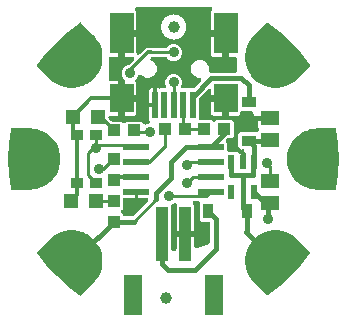
<source format=gbr>
G04 EAGLE Gerber RS-274X export*
G75*
%MOMM*%
%FSLAX34Y34*%
%LPD*%
%INTop Copper*%
%IPPOS*%
%AMOC8*
5,1,8,0,0,1.08239X$1,22.5*%
G01*
%ADD10R,1.100000X1.000000*%
%ADD11R,1.000000X1.100000*%
%ADD12C,1.000000*%
%ADD13R,0.550000X1.200000*%
%ADD14R,1.500000X1.300000*%
%ADD15C,2.540000*%
%ADD16R,2.200000X0.500000*%
%ADD17R,1.000000X0.900000*%
%ADD18R,1.200000X1.200000*%
%ADD19R,1.220000X0.910000*%
%ADD20R,0.910000X1.220000*%
%ADD21R,1.000000X4.600000*%
%ADD22R,1.600000X3.400000*%
%ADD23R,2.000000X2.400000*%
%ADD24R,0.500000X2.308000*%
%ADD25R,2.000000X3.500000*%
%ADD26C,0.304800*%
%ADD27C,0.254000*%
%ADD28C,0.906400*%
%ADD29C,0.406400*%

G36*
X-23818Y29183D02*
X-23818Y29183D01*
X-23794Y29181D01*
X-23645Y29204D01*
X-23496Y29221D01*
X-23468Y29230D01*
X-23449Y29233D01*
X-23405Y29251D01*
X-23263Y29296D01*
X-21727Y29933D01*
X-21523Y29933D01*
X-21424Y29944D01*
X-21323Y29946D01*
X-21251Y29964D01*
X-21177Y29973D01*
X-21083Y30006D01*
X-20985Y30031D01*
X-20919Y30065D01*
X-20849Y30090D01*
X-20765Y30145D01*
X-20675Y30191D01*
X-20619Y30239D01*
X-20556Y30279D01*
X-20486Y30352D01*
X-20410Y30417D01*
X-20366Y30476D01*
X-20314Y30530D01*
X-20262Y30616D01*
X-20203Y30697D01*
X-20173Y30765D01*
X-20135Y30829D01*
X-20105Y30925D01*
X-20065Y31017D01*
X-20052Y31090D01*
X-20029Y31161D01*
X-20021Y31261D01*
X-20003Y31360D01*
X-20007Y31434D01*
X-20001Y31508D01*
X-20016Y31607D01*
X-20021Y31708D01*
X-20042Y31779D01*
X-20053Y31853D01*
X-20090Y31946D01*
X-20118Y32043D01*
X-20154Y32108D01*
X-20181Y32177D01*
X-20239Y32259D01*
X-20288Y32347D01*
X-20353Y32423D01*
X-20380Y32463D01*
X-20407Y32487D01*
X-20446Y32533D01*
X-20533Y32620D01*
X-20868Y33199D01*
X-21041Y33845D01*
X-21041Y44197D01*
X-16000Y44197D01*
X-15974Y44200D01*
X-15948Y44197D01*
X-15801Y44219D01*
X-15654Y44236D01*
X-15629Y44245D01*
X-15603Y44249D01*
X-15466Y44304D01*
X-15326Y44354D01*
X-15304Y44368D01*
X-15280Y44378D01*
X-15158Y44462D01*
X-15033Y44543D01*
X-15015Y44562D01*
X-14993Y44577D01*
X-14894Y44687D01*
X-14791Y44794D01*
X-14777Y44817D01*
X-14759Y44836D01*
X-14688Y44966D01*
X-14612Y45093D01*
X-14604Y45118D01*
X-14591Y45141D01*
X-14551Y45284D01*
X-14505Y45425D01*
X-14503Y45451D01*
X-14496Y45477D01*
X-14477Y45720D01*
X-14477Y59801D01*
X-13166Y59801D01*
X-12743Y59687D01*
X-12594Y59665D01*
X-12445Y59639D01*
X-12421Y59640D01*
X-12398Y59636D01*
X-12248Y59649D01*
X-12097Y59657D01*
X-12074Y59663D01*
X-12051Y59665D01*
X-11907Y59711D01*
X-11762Y59753D01*
X-11741Y59765D01*
X-11719Y59772D01*
X-11671Y59801D01*
X-7877Y59801D01*
X-7728Y59818D01*
X-7578Y59830D01*
X-7555Y59838D01*
X-7531Y59841D01*
X-7389Y59891D01*
X-7246Y59937D01*
X-7225Y59950D01*
X-7203Y59958D01*
X-7076Y60040D01*
X-6947Y60117D01*
X-6930Y60134D01*
X-6910Y60147D01*
X-6805Y60255D01*
X-6697Y60360D01*
X-6684Y60380D01*
X-6668Y60398D01*
X-6590Y60527D01*
X-6509Y60653D01*
X-6501Y60676D01*
X-6489Y60697D01*
X-6443Y60840D01*
X-6393Y60982D01*
X-6390Y61006D01*
X-6382Y61029D01*
X-6370Y61178D01*
X-6354Y61328D01*
X-6356Y61352D01*
X-6354Y61376D01*
X-6377Y61524D01*
X-6394Y61674D01*
X-6403Y61702D01*
X-6406Y61721D01*
X-6424Y61765D01*
X-6470Y61907D01*
X-7073Y63363D01*
X-7073Y66177D01*
X-5996Y68776D01*
X-4006Y70766D01*
X-1407Y71843D01*
X1407Y71843D01*
X4006Y70766D01*
X5996Y68776D01*
X7073Y66177D01*
X7073Y63363D01*
X6470Y61907D01*
X6428Y61762D01*
X6382Y61619D01*
X6381Y61595D01*
X6374Y61572D01*
X6367Y61421D01*
X6354Y61272D01*
X6358Y61248D01*
X6357Y61224D01*
X6384Y61076D01*
X6406Y60927D01*
X6415Y60905D01*
X6419Y60881D01*
X6480Y60742D01*
X6535Y60603D01*
X6549Y60583D01*
X6558Y60561D01*
X6648Y60440D01*
X6734Y60317D01*
X6752Y60301D01*
X6766Y60281D01*
X6881Y60184D01*
X6993Y60084D01*
X7014Y60072D01*
X7032Y60056D01*
X7166Y59988D01*
X7298Y59915D01*
X7321Y59909D01*
X7342Y59898D01*
X7488Y59861D01*
X7633Y59820D01*
X7662Y59818D01*
X7681Y59813D01*
X7728Y59813D01*
X7877Y59801D01*
X15873Y59801D01*
X15999Y59815D01*
X16125Y59822D01*
X16171Y59835D01*
X16219Y59841D01*
X16338Y59883D01*
X16460Y59918D01*
X16502Y59942D01*
X16547Y59958D01*
X16654Y60027D01*
X16764Y60088D01*
X16810Y60128D01*
X16840Y60147D01*
X16874Y60182D01*
X16950Y60247D01*
X22922Y66219D01*
X22984Y66297D01*
X23054Y66370D01*
X23093Y66434D01*
X23139Y66492D01*
X23182Y66583D01*
X23233Y66669D01*
X23256Y66740D01*
X23288Y66807D01*
X23309Y66905D01*
X23339Y67001D01*
X23345Y67075D01*
X23361Y67148D01*
X23359Y67248D01*
X23367Y67348D01*
X23356Y67422D01*
X23355Y67496D01*
X23331Y67593D01*
X23316Y67693D01*
X23288Y67762D01*
X23270Y67834D01*
X23224Y67924D01*
X23187Y68017D01*
X23145Y68078D01*
X23110Y68144D01*
X23045Y68221D01*
X22988Y68303D01*
X22933Y68353D01*
X22885Y68409D01*
X22804Y68469D01*
X22729Y68536D01*
X22664Y68572D01*
X22604Y68617D01*
X22512Y68656D01*
X22424Y68705D01*
X22353Y68725D01*
X22284Y68755D01*
X22186Y68772D01*
X22089Y68800D01*
X21989Y68808D01*
X21941Y68816D01*
X21906Y68814D01*
X21845Y68819D01*
X20500Y68819D01*
X17728Y69967D01*
X15607Y72088D01*
X14459Y74860D01*
X14459Y77860D01*
X15607Y80632D01*
X17728Y82753D01*
X20500Y83901D01*
X23500Y83901D01*
X26272Y82753D01*
X28393Y80632D01*
X29541Y77860D01*
X29541Y74676D01*
X29544Y74650D01*
X29542Y74624D01*
X29564Y74477D01*
X29581Y74330D01*
X29589Y74305D01*
X29593Y74279D01*
X29648Y74141D01*
X29698Y74002D01*
X29712Y73980D01*
X29722Y73955D01*
X29807Y73834D01*
X29887Y73709D01*
X29906Y73691D01*
X29921Y73669D01*
X30031Y73570D01*
X30138Y73467D01*
X30160Y73453D01*
X30180Y73436D01*
X30310Y73364D01*
X30437Y73288D01*
X30462Y73280D01*
X30485Y73267D01*
X30628Y73227D01*
X30769Y73182D01*
X30795Y73180D01*
X30820Y73172D01*
X31064Y73153D01*
X52070Y73153D01*
X52096Y73156D01*
X52122Y73154D01*
X52269Y73176D01*
X52416Y73193D01*
X52441Y73201D01*
X52467Y73205D01*
X52605Y73260D01*
X52744Y73310D01*
X52766Y73324D01*
X52791Y73334D01*
X52912Y73419D01*
X53037Y73499D01*
X53055Y73518D01*
X53077Y73533D01*
X53176Y73643D01*
X53279Y73750D01*
X53293Y73772D01*
X53310Y73792D01*
X53382Y73922D01*
X53458Y74049D01*
X53466Y74074D01*
X53479Y74097D01*
X53519Y74240D01*
X53564Y74381D01*
X53566Y74407D01*
X53574Y74432D01*
X53593Y74676D01*
X53593Y84796D01*
X53590Y84822D01*
X53592Y84848D01*
X53570Y84995D01*
X53553Y85142D01*
X53545Y85167D01*
X53541Y85193D01*
X53486Y85331D01*
X53436Y85470D01*
X53422Y85492D01*
X53412Y85517D01*
X53327Y85638D01*
X53247Y85763D01*
X53228Y85781D01*
X53213Y85803D01*
X53103Y85902D01*
X52996Y86005D01*
X52974Y86019D01*
X52954Y86036D01*
X52824Y86108D01*
X52697Y86184D01*
X52672Y86192D01*
X52649Y86205D01*
X52506Y86245D01*
X52365Y86290D01*
X52339Y86292D01*
X52314Y86300D01*
X52070Y86319D01*
X47047Y86319D01*
X47047Y104836D01*
X47044Y104862D01*
X47046Y104888D01*
X47024Y105035D01*
X47007Y105182D01*
X46998Y105207D01*
X46995Y105233D01*
X46940Y105371D01*
X46890Y105510D01*
X46876Y105532D01*
X46866Y105557D01*
X46781Y105678D01*
X46701Y105803D01*
X46682Y105821D01*
X46667Y105843D01*
X46557Y105942D01*
X46450Y106045D01*
X46428Y106059D01*
X46408Y106076D01*
X46278Y106148D01*
X46151Y106224D01*
X46126Y106232D01*
X46103Y106245D01*
X45960Y106285D01*
X45819Y106330D01*
X45793Y106332D01*
X45768Y106340D01*
X45524Y106359D01*
X43999Y106359D01*
X43999Y107884D01*
X43996Y107910D01*
X43998Y107936D01*
X43976Y108083D01*
X43959Y108230D01*
X43950Y108255D01*
X43947Y108281D01*
X43892Y108419D01*
X43842Y108558D01*
X43828Y108580D01*
X43818Y108605D01*
X43733Y108726D01*
X43653Y108851D01*
X43634Y108869D01*
X43619Y108891D01*
X43509Y108990D01*
X43402Y109093D01*
X43380Y109107D01*
X43360Y109124D01*
X43230Y109196D01*
X43103Y109272D01*
X43078Y109280D01*
X43055Y109293D01*
X42912Y109333D01*
X42771Y109378D01*
X42745Y109380D01*
X42720Y109388D01*
X42476Y109407D01*
X31459Y109407D01*
X31459Y124195D01*
X31632Y124841D01*
X31967Y125420D01*
X32470Y125923D01*
X32532Y126001D01*
X32602Y126074D01*
X32640Y126138D01*
X32686Y126196D01*
X32729Y126287D01*
X32781Y126373D01*
X32803Y126444D01*
X32835Y126511D01*
X32856Y126609D01*
X32887Y126705D01*
X32893Y126779D01*
X32909Y126852D01*
X32907Y126952D01*
X32915Y127052D01*
X32904Y127126D01*
X32903Y127200D01*
X32878Y127297D01*
X32863Y127397D01*
X32836Y127466D01*
X32818Y127538D01*
X32772Y127628D01*
X32735Y127721D01*
X32692Y127782D01*
X32658Y127848D01*
X32593Y127925D01*
X32536Y128007D01*
X32481Y128057D01*
X32432Y128113D01*
X32351Y128173D01*
X32277Y128240D01*
X32212Y128276D01*
X32152Y128321D01*
X32060Y128360D01*
X31972Y128409D01*
X31900Y128429D01*
X31832Y128459D01*
X31733Y128476D01*
X31636Y128504D01*
X31536Y128512D01*
X31489Y128520D01*
X31453Y128518D01*
X31393Y128523D01*
X-31393Y128523D01*
X-31493Y128512D01*
X-31593Y128510D01*
X-31665Y128492D01*
X-31739Y128483D01*
X-31833Y128450D01*
X-31931Y128425D01*
X-31997Y128391D01*
X-32067Y128366D01*
X-32151Y128311D01*
X-32241Y128265D01*
X-32297Y128217D01*
X-32360Y128177D01*
X-32430Y128105D01*
X-32506Y128040D01*
X-32550Y127980D01*
X-32602Y127926D01*
X-32654Y127840D01*
X-32713Y127759D01*
X-32743Y127691D01*
X-32781Y127627D01*
X-32811Y127531D01*
X-32851Y127439D01*
X-32864Y127366D01*
X-32887Y127295D01*
X-32895Y127195D01*
X-32913Y127096D01*
X-32909Y127022D01*
X-32915Y126948D01*
X-32900Y126848D01*
X-32895Y126748D01*
X-32874Y126677D01*
X-32863Y126603D01*
X-32826Y126510D01*
X-32798Y126413D01*
X-32762Y126348D01*
X-32735Y126279D01*
X-32677Y126197D01*
X-32628Y126109D01*
X-32563Y126033D01*
X-32536Y125993D01*
X-32509Y125969D01*
X-32470Y125923D01*
X-31967Y125420D01*
X-31632Y124841D01*
X-31459Y124195D01*
X-31459Y109407D01*
X-42476Y109407D01*
X-42502Y109404D01*
X-42528Y109406D01*
X-42675Y109384D01*
X-42822Y109367D01*
X-42847Y109358D01*
X-42873Y109355D01*
X-43011Y109300D01*
X-43150Y109250D01*
X-43172Y109236D01*
X-43197Y109226D01*
X-43318Y109141D01*
X-43443Y109061D01*
X-43461Y109042D01*
X-43483Y109027D01*
X-43582Y108917D01*
X-43685Y108810D01*
X-43699Y108788D01*
X-43716Y108768D01*
X-43788Y108638D01*
X-43864Y108511D01*
X-43872Y108486D01*
X-43885Y108463D01*
X-43925Y108320D01*
X-43970Y108179D01*
X-43972Y108153D01*
X-43980Y108128D01*
X-43999Y107884D01*
X-43999Y106359D01*
X-45524Y106359D01*
X-45550Y106356D01*
X-45576Y106358D01*
X-45723Y106336D01*
X-45870Y106319D01*
X-45895Y106310D01*
X-45921Y106307D01*
X-46059Y106252D01*
X-46198Y106202D01*
X-46220Y106188D01*
X-46245Y106178D01*
X-46366Y106093D01*
X-46491Y106013D01*
X-46509Y105994D01*
X-46531Y105979D01*
X-46630Y105869D01*
X-46733Y105762D01*
X-46747Y105740D01*
X-46764Y105720D01*
X-46836Y105590D01*
X-46912Y105463D01*
X-46920Y105438D01*
X-46933Y105415D01*
X-46973Y105272D01*
X-47018Y105131D01*
X-47020Y105105D01*
X-47028Y105080D01*
X-47047Y104836D01*
X-47047Y86319D01*
X-53340Y86319D01*
X-53366Y86316D01*
X-53392Y86318D01*
X-53539Y86296D01*
X-53686Y86279D01*
X-53711Y86271D01*
X-53737Y86267D01*
X-53875Y86212D01*
X-54014Y86162D01*
X-54036Y86148D01*
X-54061Y86138D01*
X-54182Y86053D01*
X-54307Y85973D01*
X-54325Y85954D01*
X-54347Y85939D01*
X-54446Y85829D01*
X-54549Y85722D01*
X-54563Y85700D01*
X-54580Y85680D01*
X-54652Y85550D01*
X-54728Y85423D01*
X-54736Y85398D01*
X-54749Y85375D01*
X-54789Y85232D01*
X-54834Y85091D01*
X-54836Y85065D01*
X-54844Y85040D01*
X-54863Y84796D01*
X-54863Y67424D01*
X-54860Y67398D01*
X-54862Y67372D01*
X-54840Y67225D01*
X-54823Y67078D01*
X-54815Y67053D01*
X-54811Y67027D01*
X-54756Y66889D01*
X-54706Y66750D01*
X-54692Y66728D01*
X-54682Y66703D01*
X-54597Y66582D01*
X-54517Y66457D01*
X-54498Y66439D01*
X-54483Y66417D01*
X-54373Y66318D01*
X-54266Y66215D01*
X-54244Y66201D01*
X-54224Y66184D01*
X-54094Y66112D01*
X-53967Y66036D01*
X-53942Y66028D01*
X-53919Y66015D01*
X-53776Y65975D01*
X-53635Y65930D01*
X-53609Y65928D01*
X-53584Y65920D01*
X-53340Y65901D01*
X-47047Y65901D01*
X-47047Y52884D01*
X-47044Y52858D01*
X-47046Y52832D01*
X-47024Y52685D01*
X-47007Y52538D01*
X-46998Y52513D01*
X-46995Y52487D01*
X-46940Y52349D01*
X-46890Y52210D01*
X-46876Y52188D01*
X-46866Y52163D01*
X-46781Y52042D01*
X-46701Y51917D01*
X-46682Y51899D01*
X-46667Y51877D01*
X-46557Y51778D01*
X-46450Y51675D01*
X-46428Y51661D01*
X-46408Y51644D01*
X-46278Y51572D01*
X-46151Y51496D01*
X-46126Y51488D01*
X-46103Y51475D01*
X-45960Y51435D01*
X-45819Y51390D01*
X-45793Y51388D01*
X-45768Y51380D01*
X-45524Y51361D01*
X-43999Y51361D01*
X-43999Y51359D01*
X-45524Y51359D01*
X-45550Y51356D01*
X-45576Y51358D01*
X-45723Y51336D01*
X-45870Y51319D01*
X-45895Y51310D01*
X-45921Y51307D01*
X-46059Y51252D01*
X-46198Y51202D01*
X-46220Y51188D01*
X-46245Y51178D01*
X-46366Y51093D01*
X-46491Y51013D01*
X-46509Y50994D01*
X-46531Y50979D01*
X-46630Y50869D01*
X-46733Y50762D01*
X-46747Y50740D01*
X-46764Y50720D01*
X-46836Y50590D01*
X-46912Y50463D01*
X-46920Y50438D01*
X-46933Y50415D01*
X-46973Y50272D01*
X-47018Y50131D01*
X-47020Y50105D01*
X-47028Y50080D01*
X-47047Y49836D01*
X-47047Y36819D01*
X-53673Y36819D01*
X-53773Y36808D01*
X-53874Y36806D01*
X-53946Y36788D01*
X-54020Y36779D01*
X-54114Y36746D01*
X-54212Y36721D01*
X-54278Y36687D01*
X-54348Y36662D01*
X-54432Y36607D01*
X-54521Y36561D01*
X-54578Y36513D01*
X-54641Y36473D01*
X-54710Y36401D01*
X-54787Y36336D01*
X-54831Y36276D01*
X-54883Y36222D01*
X-54934Y36136D01*
X-54994Y36055D01*
X-55023Y35987D01*
X-55062Y35923D01*
X-55092Y35827D01*
X-55132Y35735D01*
X-55145Y35662D01*
X-55168Y35591D01*
X-55176Y35491D01*
X-55194Y35392D01*
X-55190Y35318D01*
X-55196Y35244D01*
X-55181Y35144D01*
X-55176Y35044D01*
X-55155Y34973D01*
X-55144Y34899D01*
X-55107Y34806D01*
X-55079Y34709D01*
X-55043Y34644D01*
X-55015Y34575D01*
X-54958Y34493D01*
X-54909Y34405D01*
X-54844Y34329D01*
X-54816Y34289D01*
X-54790Y34265D01*
X-54751Y34219D01*
X-52648Y32117D01*
X-52549Y32038D01*
X-52456Y31954D01*
X-52413Y31930D01*
X-52375Y31900D01*
X-52261Y31846D01*
X-52151Y31785D01*
X-52104Y31772D01*
X-52060Y31751D01*
X-51937Y31725D01*
X-51815Y31690D01*
X-51754Y31685D01*
X-51720Y31678D01*
X-51672Y31679D01*
X-51571Y31671D01*
X-43858Y31671D01*
X-42987Y30800D01*
X-42967Y30784D01*
X-42950Y30764D01*
X-42830Y30676D01*
X-42714Y30584D01*
X-42690Y30572D01*
X-42669Y30557D01*
X-42533Y30498D01*
X-42399Y30435D01*
X-42373Y30429D01*
X-42349Y30419D01*
X-42203Y30393D01*
X-42058Y30361D01*
X-42032Y30362D01*
X-42006Y30357D01*
X-41858Y30365D01*
X-41710Y30367D01*
X-41684Y30374D01*
X-41658Y30375D01*
X-41516Y30416D01*
X-41372Y30452D01*
X-41349Y30464D01*
X-41323Y30472D01*
X-41194Y30544D01*
X-41062Y30612D01*
X-41042Y30629D01*
X-41019Y30642D01*
X-40833Y30800D01*
X-39962Y31671D01*
X-26858Y31671D01*
X-25204Y30017D01*
X-25130Y29903D01*
X-25053Y29774D01*
X-25036Y29757D01*
X-25023Y29737D01*
X-24914Y29632D01*
X-24810Y29524D01*
X-24790Y29511D01*
X-24772Y29494D01*
X-24643Y29417D01*
X-24517Y29336D01*
X-24494Y29328D01*
X-24473Y29316D01*
X-24330Y29270D01*
X-24188Y29219D01*
X-24164Y29217D01*
X-24141Y29209D01*
X-23992Y29197D01*
X-23842Y29180D01*
X-23818Y29183D01*
G37*
G36*
X-121900Y-26031D02*
X-121900Y-26031D01*
X-121875Y-26033D01*
X-118260Y-25774D01*
X-118223Y-25765D01*
X-118170Y-25761D01*
X-114629Y-24991D01*
X-114594Y-24976D01*
X-114542Y-24965D01*
X-111147Y-23699D01*
X-111114Y-23679D01*
X-111065Y-23661D01*
X-107884Y-21925D01*
X-107854Y-21901D01*
X-107808Y-21876D01*
X-104906Y-19704D01*
X-104880Y-19676D01*
X-104838Y-19645D01*
X-102276Y-17082D01*
X-102254Y-17051D01*
X-102216Y-17014D01*
X-100044Y-14112D01*
X-100027Y-14078D01*
X-99996Y-14036D01*
X-98259Y-10856D01*
X-98247Y-10819D01*
X-98221Y-10773D01*
X-96955Y-7378D01*
X-96948Y-7340D01*
X-96929Y-7291D01*
X-96159Y-3750D01*
X-96157Y-3712D01*
X-96146Y-3660D01*
X-95887Y-45D01*
X-95891Y-7D01*
X-95887Y45D01*
X-96146Y3660D01*
X-96155Y3697D01*
X-96159Y3750D01*
X-96929Y7291D01*
X-96944Y7326D01*
X-96955Y7378D01*
X-98221Y10773D01*
X-98241Y10806D01*
X-98259Y10856D01*
X-99996Y14036D01*
X-100019Y14066D01*
X-100044Y14112D01*
X-102216Y17014D01*
X-102244Y17040D01*
X-102276Y17082D01*
X-104838Y19645D01*
X-104869Y19666D01*
X-104906Y19704D01*
X-107808Y21876D01*
X-107842Y21893D01*
X-107884Y21925D01*
X-111065Y23661D01*
X-111101Y23673D01*
X-111147Y23699D01*
X-114542Y24965D01*
X-114580Y24972D01*
X-114629Y24991D01*
X-118170Y25761D01*
X-118208Y25763D01*
X-118260Y25774D01*
X-121875Y26033D01*
X-121895Y26031D01*
X-121920Y26034D01*
X-137160Y26034D01*
X-137184Y26030D01*
X-137208Y26032D01*
X-137294Y26010D01*
X-137381Y25995D01*
X-137402Y25982D01*
X-137426Y25976D01*
X-137498Y25925D01*
X-137574Y25880D01*
X-137589Y25862D01*
X-137610Y25847D01*
X-137660Y25775D01*
X-137715Y25706D01*
X-137723Y25683D01*
X-137737Y25663D01*
X-137777Y25525D01*
X-137787Y25494D01*
X-137787Y25489D01*
X-137789Y25483D01*
X-139454Y12831D01*
X-139453Y12807D01*
X-139459Y12776D01*
X-140016Y28D01*
X-140013Y3D01*
X-140016Y-28D01*
X-139459Y-12776D01*
X-139454Y-12800D01*
X-139454Y-12831D01*
X-137789Y-25483D01*
X-137781Y-25506D01*
X-137781Y-25531D01*
X-137748Y-25612D01*
X-137721Y-25697D01*
X-137706Y-25716D01*
X-137696Y-25738D01*
X-137637Y-25804D01*
X-137582Y-25873D01*
X-137562Y-25886D01*
X-137545Y-25904D01*
X-137466Y-25944D01*
X-137391Y-25991D01*
X-137367Y-25995D01*
X-137345Y-26007D01*
X-137203Y-26028D01*
X-137171Y-26034D01*
X-137166Y-26033D01*
X-137160Y-26034D01*
X-121920Y-26034D01*
X-121900Y-26031D01*
G37*
G36*
X137184Y-26030D02*
X137184Y-26030D01*
X137208Y-26032D01*
X137294Y-26010D01*
X137381Y-25995D01*
X137402Y-25982D01*
X137426Y-25976D01*
X137498Y-25925D01*
X137574Y-25880D01*
X137589Y-25862D01*
X137610Y-25847D01*
X137660Y-25775D01*
X137715Y-25706D01*
X137723Y-25683D01*
X137737Y-25663D01*
X137777Y-25525D01*
X137787Y-25494D01*
X137787Y-25489D01*
X137789Y-25483D01*
X139454Y-12831D01*
X139453Y-12811D01*
X139454Y-12809D01*
X139454Y-12803D01*
X139459Y-12776D01*
X140016Y-28D01*
X140013Y-3D01*
X140016Y28D01*
X139459Y12776D01*
X139454Y12800D01*
X139454Y12831D01*
X137789Y25483D01*
X137781Y25506D01*
X137781Y25531D01*
X137748Y25612D01*
X137721Y25697D01*
X137706Y25716D01*
X137696Y25738D01*
X137637Y25804D01*
X137582Y25873D01*
X137562Y25886D01*
X137545Y25904D01*
X137466Y25944D01*
X137391Y25991D01*
X137367Y25995D01*
X137345Y26007D01*
X137203Y26028D01*
X137171Y26034D01*
X137166Y26033D01*
X137160Y26034D01*
X121920Y26034D01*
X121900Y26031D01*
X121875Y26033D01*
X118260Y25774D01*
X118223Y25765D01*
X118170Y25761D01*
X114629Y24991D01*
X114594Y24976D01*
X114542Y24965D01*
X112039Y24032D01*
X111147Y23699D01*
X111114Y23679D01*
X111065Y23661D01*
X107884Y21925D01*
X107854Y21901D01*
X107808Y21876D01*
X104906Y19704D01*
X104880Y19676D01*
X104838Y19645D01*
X102276Y17082D01*
X102254Y17051D01*
X102216Y17014D01*
X100044Y14112D01*
X100027Y14078D01*
X99996Y14036D01*
X98259Y10856D01*
X98247Y10819D01*
X98221Y10773D01*
X96955Y7378D01*
X96948Y7340D01*
X96929Y7291D01*
X96159Y3750D01*
X96157Y3712D01*
X96146Y3660D01*
X95887Y45D01*
X95891Y7D01*
X95887Y-45D01*
X96146Y-3660D01*
X96155Y-3697D01*
X96159Y-3750D01*
X96929Y-7291D01*
X96944Y-7326D01*
X96955Y-7378D01*
X98221Y-10773D01*
X98241Y-10806D01*
X98259Y-10856D01*
X99996Y-14036D01*
X100019Y-14066D01*
X100044Y-14112D01*
X102216Y-17014D01*
X102244Y-17040D01*
X102276Y-17082D01*
X104838Y-19645D01*
X104869Y-19666D01*
X104906Y-19704D01*
X107808Y-21876D01*
X107842Y-21893D01*
X107884Y-21925D01*
X111065Y-23661D01*
X111101Y-23673D01*
X111147Y-23699D01*
X114542Y-24965D01*
X114580Y-24972D01*
X114629Y-24991D01*
X118170Y-25761D01*
X118208Y-25763D01*
X118260Y-25774D01*
X121875Y-26033D01*
X121895Y-26031D01*
X121920Y-26034D01*
X137160Y-26034D01*
X137184Y-26030D01*
G37*
G36*
X-84447Y60333D02*
X-84447Y60333D01*
X-84394Y60333D01*
X-80807Y60849D01*
X-80771Y60861D01*
X-80718Y60868D01*
X-77241Y61889D01*
X-77207Y61906D01*
X-77156Y61921D01*
X-73860Y63426D01*
X-73828Y63448D01*
X-73780Y63470D01*
X-70732Y65429D01*
X-70704Y65455D01*
X-70659Y65483D01*
X-67920Y67856D01*
X-67896Y67886D01*
X-67856Y67920D01*
X-65483Y70659D01*
X-65464Y70692D01*
X-65429Y70732D01*
X-63470Y73780D01*
X-63455Y73816D01*
X-63426Y73860D01*
X-61921Y77156D01*
X-61911Y77193D01*
X-61889Y77241D01*
X-60868Y80718D01*
X-60864Y80756D01*
X-60849Y80807D01*
X-60333Y84394D01*
X-60334Y84432D01*
X-60327Y84484D01*
X-60327Y88108D01*
X-60333Y88146D01*
X-60333Y88198D01*
X-60849Y91786D01*
X-60861Y91822D01*
X-60868Y91874D01*
X-61889Y95351D01*
X-61906Y95385D01*
X-61921Y95436D01*
X-63426Y98733D01*
X-63448Y98764D01*
X-63470Y98812D01*
X-65429Y101861D01*
X-65455Y101889D01*
X-65456Y101891D01*
X-65457Y101892D01*
X-65483Y101933D01*
X-67856Y104672D01*
X-67872Y104685D01*
X-67887Y104705D01*
X-78664Y115481D01*
X-78684Y115495D01*
X-78699Y115514D01*
X-78775Y115559D01*
X-78848Y115610D01*
X-78871Y115616D01*
X-78892Y115628D01*
X-78980Y115643D01*
X-79065Y115665D01*
X-79089Y115663D01*
X-79113Y115667D01*
X-79200Y115651D01*
X-79288Y115642D01*
X-79310Y115631D01*
X-79334Y115627D01*
X-79460Y115557D01*
X-79489Y115543D01*
X-79493Y115539D01*
X-79498Y115536D01*
X-89622Y107768D01*
X-89637Y107752D01*
X-89654Y107742D01*
X-89657Y107737D01*
X-89664Y107732D01*
X-99072Y99111D01*
X-99087Y99092D01*
X-99111Y99072D01*
X-107732Y89664D01*
X-107746Y89643D01*
X-107768Y89622D01*
X-115536Y79498D01*
X-115547Y79476D01*
X-115564Y79459D01*
X-115599Y79377D01*
X-115639Y79299D01*
X-115642Y79274D01*
X-115652Y79252D01*
X-115656Y79164D01*
X-115666Y79076D01*
X-115661Y79052D01*
X-115662Y79028D01*
X-115635Y78944D01*
X-115614Y78858D01*
X-115600Y78837D01*
X-115593Y78814D01*
X-115507Y78699D01*
X-115489Y78671D01*
X-115485Y78668D01*
X-115481Y78664D01*
X-104705Y67887D01*
X-104689Y67876D01*
X-104672Y67856D01*
X-101933Y65483D01*
X-101900Y65464D01*
X-101861Y65429D01*
X-98812Y63470D01*
X-98777Y63455D01*
X-98733Y63426D01*
X-95436Y61921D01*
X-95399Y61911D01*
X-95351Y61889D01*
X-91874Y60868D01*
X-91836Y60864D01*
X-91786Y60849D01*
X-88198Y60333D01*
X-88160Y60334D01*
X-88108Y60327D01*
X-84484Y60327D01*
X-84447Y60333D01*
G37*
G36*
X79200Y-115651D02*
X79200Y-115651D01*
X79288Y-115642D01*
X79310Y-115631D01*
X79334Y-115627D01*
X79460Y-115557D01*
X79489Y-115543D01*
X79493Y-115539D01*
X79498Y-115536D01*
X89622Y-107768D01*
X89638Y-107750D01*
X89664Y-107732D01*
X99072Y-99111D01*
X99087Y-99092D01*
X99111Y-99072D01*
X107732Y-89664D01*
X107746Y-89643D01*
X107768Y-89622D01*
X115536Y-79498D01*
X115547Y-79476D01*
X115564Y-79459D01*
X115599Y-79377D01*
X115639Y-79299D01*
X115642Y-79274D01*
X115652Y-79252D01*
X115656Y-79164D01*
X115666Y-79076D01*
X115661Y-79052D01*
X115662Y-79028D01*
X115635Y-78944D01*
X115614Y-78858D01*
X115600Y-78837D01*
X115593Y-78814D01*
X115507Y-78699D01*
X115489Y-78671D01*
X115485Y-78668D01*
X115481Y-78664D01*
X104705Y-67887D01*
X104689Y-67876D01*
X104672Y-67856D01*
X101933Y-65483D01*
X101900Y-65464D01*
X101861Y-65429D01*
X98812Y-63470D01*
X98777Y-63455D01*
X98733Y-63426D01*
X95436Y-61921D01*
X95399Y-61911D01*
X95351Y-61889D01*
X91874Y-60868D01*
X91836Y-60864D01*
X91786Y-60849D01*
X88198Y-60333D01*
X88160Y-60334D01*
X88108Y-60327D01*
X84484Y-60327D01*
X84447Y-60333D01*
X84394Y-60333D01*
X80807Y-60849D01*
X80771Y-60861D01*
X80718Y-60868D01*
X77241Y-61889D01*
X77207Y-61906D01*
X77156Y-61921D01*
X73860Y-63426D01*
X73828Y-63448D01*
X73780Y-63470D01*
X70732Y-65429D01*
X70704Y-65455D01*
X70659Y-65483D01*
X67920Y-67856D01*
X67896Y-67886D01*
X67856Y-67920D01*
X65483Y-70659D01*
X65464Y-70692D01*
X65429Y-70732D01*
X63470Y-73780D01*
X63455Y-73816D01*
X63426Y-73860D01*
X61921Y-77156D01*
X61911Y-77193D01*
X61889Y-77241D01*
X60868Y-80718D01*
X60864Y-80756D01*
X60849Y-80807D01*
X60333Y-84394D01*
X60334Y-84432D01*
X60327Y-84484D01*
X60327Y-88108D01*
X60333Y-88146D01*
X60333Y-88198D01*
X60849Y-91786D01*
X60861Y-91822D01*
X60868Y-91874D01*
X61889Y-95351D01*
X61906Y-95385D01*
X61921Y-95436D01*
X63426Y-98733D01*
X63448Y-98764D01*
X63470Y-98812D01*
X65429Y-101861D01*
X65455Y-101889D01*
X65483Y-101933D01*
X67856Y-104672D01*
X67872Y-104685D01*
X67887Y-104705D01*
X78664Y-115481D01*
X78684Y-115495D01*
X78699Y-115514D01*
X78775Y-115559D01*
X78848Y-115610D01*
X78871Y-115616D01*
X78892Y-115628D01*
X78980Y-115643D01*
X79065Y-115665D01*
X79089Y-115663D01*
X79113Y-115667D01*
X79200Y-115651D01*
G37*
G36*
X88146Y60333D02*
X88146Y60333D01*
X88198Y60333D01*
X91786Y60849D01*
X91822Y60861D01*
X91874Y60868D01*
X95351Y61889D01*
X95385Y61906D01*
X95436Y61921D01*
X98733Y63426D01*
X98764Y63448D01*
X98812Y63470D01*
X101861Y65429D01*
X101889Y65455D01*
X101933Y65483D01*
X104672Y67856D01*
X104685Y67872D01*
X104705Y67887D01*
X115481Y78664D01*
X115495Y78684D01*
X115514Y78699D01*
X115559Y78775D01*
X115610Y78848D01*
X115616Y78871D01*
X115628Y78892D01*
X115643Y78980D01*
X115665Y79065D01*
X115663Y79089D01*
X115667Y79113D01*
X115651Y79200D01*
X115642Y79288D01*
X115631Y79310D01*
X115627Y79334D01*
X115557Y79460D01*
X115543Y79489D01*
X115539Y79493D01*
X115536Y79498D01*
X107768Y89622D01*
X107750Y89638D01*
X107732Y89664D01*
X99111Y99072D01*
X99092Y99087D01*
X99072Y99111D01*
X89664Y107732D01*
X89643Y107746D01*
X89628Y107762D01*
X89625Y107765D01*
X89624Y107765D01*
X89622Y107768D01*
X88799Y108399D01*
X88799Y108400D01*
X87972Y109034D01*
X87146Y109668D01*
X86319Y110302D01*
X85493Y110936D01*
X84666Y111571D01*
X83840Y112205D01*
X83839Y112205D01*
X83013Y112839D01*
X82186Y113473D01*
X81360Y114108D01*
X80533Y114742D01*
X79707Y115376D01*
X79498Y115536D01*
X79476Y115547D01*
X79459Y115564D01*
X79377Y115599D01*
X79299Y115639D01*
X79274Y115642D01*
X79252Y115652D01*
X79164Y115656D01*
X79076Y115666D01*
X79052Y115661D01*
X79028Y115662D01*
X78944Y115635D01*
X78858Y115614D01*
X78837Y115600D01*
X78814Y115593D01*
X78699Y115507D01*
X78671Y115489D01*
X78668Y115485D01*
X78664Y115481D01*
X67887Y104705D01*
X67876Y104689D01*
X67856Y104672D01*
X65483Y101933D01*
X65464Y101900D01*
X65429Y101861D01*
X63470Y98812D01*
X63455Y98777D01*
X63426Y98733D01*
X61921Y95436D01*
X61911Y95399D01*
X61889Y95351D01*
X60868Y91874D01*
X60864Y91836D01*
X60849Y91786D01*
X60333Y88198D01*
X60334Y88160D01*
X60327Y88108D01*
X60327Y84484D01*
X60333Y84447D01*
X60333Y84394D01*
X60849Y80807D01*
X60861Y80771D01*
X60868Y80718D01*
X61889Y77241D01*
X61906Y77207D01*
X61921Y77156D01*
X63426Y73860D01*
X63448Y73828D01*
X63470Y73780D01*
X65429Y70732D01*
X65455Y70704D01*
X65483Y70659D01*
X67856Y67920D01*
X67886Y67896D01*
X67920Y67856D01*
X70659Y65483D01*
X70692Y65464D01*
X70732Y65429D01*
X73780Y63470D01*
X73816Y63455D01*
X73860Y63426D01*
X77156Y61921D01*
X77193Y61911D01*
X77241Y61889D01*
X80718Y60868D01*
X80756Y60864D01*
X80807Y60849D01*
X84394Y60333D01*
X84432Y60334D01*
X84484Y60327D01*
X88108Y60327D01*
X88146Y60333D01*
G37*
G36*
X-79052Y-115661D02*
X-79052Y-115661D01*
X-79028Y-115662D01*
X-78944Y-115635D01*
X-78858Y-115614D01*
X-78837Y-115600D01*
X-78814Y-115593D01*
X-78699Y-115507D01*
X-78671Y-115489D01*
X-78668Y-115485D01*
X-78664Y-115481D01*
X-67887Y-104705D01*
X-67876Y-104689D01*
X-67856Y-104672D01*
X-65483Y-101933D01*
X-65464Y-101900D01*
X-65429Y-101861D01*
X-63470Y-98812D01*
X-63455Y-98777D01*
X-63426Y-98733D01*
X-61921Y-95436D01*
X-61911Y-95399D01*
X-61889Y-95351D01*
X-60868Y-91874D01*
X-60864Y-91836D01*
X-60849Y-91786D01*
X-60333Y-88198D01*
X-60334Y-88160D01*
X-60327Y-88108D01*
X-60327Y-84484D01*
X-60333Y-84447D01*
X-60333Y-84394D01*
X-60849Y-80807D01*
X-60861Y-80771D01*
X-60868Y-80718D01*
X-61889Y-77241D01*
X-61906Y-77207D01*
X-61921Y-77156D01*
X-63426Y-73860D01*
X-63448Y-73828D01*
X-63470Y-73780D01*
X-65429Y-70732D01*
X-65455Y-70704D01*
X-65483Y-70659D01*
X-67856Y-67920D01*
X-67886Y-67896D01*
X-67920Y-67856D01*
X-70659Y-65483D01*
X-70692Y-65464D01*
X-70732Y-65429D01*
X-73780Y-63470D01*
X-73816Y-63455D01*
X-73860Y-63426D01*
X-77156Y-61921D01*
X-77193Y-61911D01*
X-77241Y-61889D01*
X-80718Y-60868D01*
X-80756Y-60864D01*
X-80807Y-60849D01*
X-84394Y-60333D01*
X-84432Y-60334D01*
X-84484Y-60327D01*
X-88108Y-60327D01*
X-88146Y-60333D01*
X-88198Y-60333D01*
X-91786Y-60849D01*
X-91822Y-60861D01*
X-91874Y-60868D01*
X-95351Y-61889D01*
X-95385Y-61906D01*
X-95436Y-61921D01*
X-98733Y-63426D01*
X-98764Y-63448D01*
X-98812Y-63470D01*
X-101861Y-65429D01*
X-101889Y-65455D01*
X-101933Y-65483D01*
X-104672Y-67856D01*
X-104685Y-67872D01*
X-104705Y-67887D01*
X-115481Y-78664D01*
X-115495Y-78684D01*
X-115514Y-78699D01*
X-115559Y-78775D01*
X-115610Y-78848D01*
X-115616Y-78871D01*
X-115628Y-78892D01*
X-115643Y-78980D01*
X-115665Y-79065D01*
X-115663Y-79089D01*
X-115667Y-79113D01*
X-115651Y-79200D01*
X-115642Y-79288D01*
X-115631Y-79310D01*
X-115627Y-79334D01*
X-115557Y-79460D01*
X-115543Y-79489D01*
X-115539Y-79493D01*
X-115536Y-79498D01*
X-107768Y-89622D01*
X-107750Y-89638D01*
X-107732Y-89664D01*
X-99111Y-99072D01*
X-99092Y-99087D01*
X-99072Y-99111D01*
X-89664Y-107732D01*
X-89643Y-107746D01*
X-89622Y-107768D01*
X-89416Y-107926D01*
X-88589Y-108560D01*
X-87763Y-109194D01*
X-87763Y-109195D01*
X-86936Y-109829D01*
X-86110Y-110463D01*
X-86109Y-110463D01*
X-85283Y-111097D01*
X-84456Y-111731D01*
X-84456Y-111732D01*
X-83630Y-112366D01*
X-82803Y-113000D01*
X-81977Y-113634D01*
X-81150Y-114268D01*
X-81150Y-114269D01*
X-80324Y-114903D01*
X-80323Y-114903D01*
X-79498Y-115536D01*
X-79476Y-115547D01*
X-79459Y-115564D01*
X-79377Y-115599D01*
X-79299Y-115639D01*
X-79274Y-115642D01*
X-79252Y-115652D01*
X-79164Y-115656D01*
X-79076Y-115666D01*
X-79052Y-115661D01*
G37*
G36*
X53832Y5862D02*
X53832Y5862D01*
X54003Y5865D01*
X54004Y5865D01*
X54006Y5865D01*
X54171Y5907D01*
X54341Y5950D01*
X54342Y5950D01*
X54344Y5951D01*
X54564Y6055D01*
X54689Y6128D01*
X55150Y6251D01*
X55220Y6279D01*
X55294Y6297D01*
X55382Y6343D01*
X55474Y6379D01*
X55536Y6422D01*
X55603Y6457D01*
X55679Y6521D01*
X55760Y6577D01*
X55811Y6634D01*
X55869Y6683D01*
X55928Y6762D01*
X55994Y6836D01*
X56031Y6902D01*
X56076Y6963D01*
X56115Y7054D01*
X56163Y7141D01*
X56184Y7213D01*
X56214Y7283D01*
X56231Y7381D01*
X56259Y7476D01*
X56262Y7551D01*
X56276Y7626D01*
X56271Y7725D01*
X56275Y7824D01*
X56262Y7898D01*
X56258Y7974D01*
X56230Y8069D01*
X56212Y8167D01*
X56182Y8236D01*
X56161Y8309D01*
X56113Y8395D01*
X56073Y8486D01*
X56028Y8547D01*
X55991Y8613D01*
X55893Y8728D01*
X55865Y8766D01*
X55851Y8778D01*
X55832Y8799D01*
X54859Y9773D01*
X54859Y20977D01*
X56348Y22466D01*
X69716Y22466D01*
X69742Y22469D01*
X69768Y22467D01*
X69915Y22489D01*
X70062Y22506D01*
X70087Y22514D01*
X70113Y22518D01*
X70251Y22573D01*
X70390Y22623D01*
X70412Y22637D01*
X70437Y22647D01*
X70558Y22732D01*
X70683Y22812D01*
X70701Y22831D01*
X70723Y22846D01*
X70822Y22956D01*
X70925Y23063D01*
X70939Y23085D01*
X70956Y23105D01*
X71028Y23235D01*
X71038Y23251D01*
X72110Y24323D01*
X72126Y24343D01*
X72146Y24360D01*
X72234Y24480D01*
X72326Y24596D01*
X72338Y24620D01*
X72353Y24641D01*
X72412Y24777D01*
X72475Y24911D01*
X72481Y24937D01*
X72491Y24961D01*
X72517Y25107D01*
X72549Y25252D01*
X72548Y25278D01*
X72553Y25304D01*
X72545Y25452D01*
X72543Y25600D01*
X72536Y25626D01*
X72535Y25652D01*
X72494Y25794D01*
X72458Y25938D01*
X72446Y25961D01*
X72438Y25987D01*
X72366Y26116D01*
X72298Y26248D01*
X72281Y26268D01*
X72268Y26291D01*
X72110Y26477D01*
X71747Y26840D01*
X71412Y27419D01*
X71239Y28065D01*
X71239Y30498D01*
X71239Y30500D01*
X71239Y30502D01*
X71219Y30677D01*
X71199Y30844D01*
X71199Y30846D01*
X71198Y30848D01*
X71123Y31080D01*
X70061Y33645D01*
X70037Y33689D01*
X69987Y33799D01*
X66423Y40248D01*
X66327Y40383D01*
X66233Y40518D01*
X66226Y40524D01*
X66220Y40532D01*
X66096Y40641D01*
X65974Y40751D01*
X65966Y40756D01*
X65959Y40762D01*
X65813Y40840D01*
X65669Y40920D01*
X65660Y40922D01*
X65652Y40927D01*
X65492Y40970D01*
X65333Y41015D01*
X65322Y41016D01*
X65315Y41017D01*
X65286Y41018D01*
X65090Y41034D01*
X58064Y41034D01*
X58038Y41031D01*
X58012Y41033D01*
X57865Y41011D01*
X57718Y40994D01*
X57693Y40986D01*
X57667Y40982D01*
X57529Y40927D01*
X57390Y40877D01*
X57368Y40863D01*
X57343Y40853D01*
X57222Y40768D01*
X57097Y40688D01*
X57079Y40669D01*
X57057Y40654D01*
X56958Y40544D01*
X56855Y40437D01*
X56841Y40415D01*
X56824Y40395D01*
X56752Y40265D01*
X56676Y40138D01*
X56668Y40113D01*
X56655Y40090D01*
X56615Y39947D01*
X56570Y39806D01*
X56568Y39780D01*
X56560Y39755D01*
X56541Y39511D01*
X56541Y39025D01*
X56368Y38379D01*
X56033Y37800D01*
X55560Y37327D01*
X54981Y36992D01*
X54335Y36819D01*
X47047Y36819D01*
X47047Y49836D01*
X47044Y49862D01*
X47046Y49888D01*
X47024Y50035D01*
X47007Y50182D01*
X46998Y50207D01*
X46995Y50233D01*
X46940Y50371D01*
X46890Y50510D01*
X46876Y50532D01*
X46866Y50557D01*
X46781Y50678D01*
X46701Y50803D01*
X46682Y50821D01*
X46667Y50843D01*
X46557Y50942D01*
X46450Y51045D01*
X46428Y51059D01*
X46408Y51076D01*
X46278Y51148D01*
X46151Y51224D01*
X46126Y51232D01*
X46103Y51245D01*
X45960Y51285D01*
X45819Y51330D01*
X45793Y51332D01*
X45768Y51340D01*
X45524Y51359D01*
X43999Y51359D01*
X43999Y52884D01*
X43996Y52910D01*
X43998Y52936D01*
X43976Y53083D01*
X43959Y53230D01*
X43950Y53255D01*
X43947Y53281D01*
X43892Y53419D01*
X43842Y53558D01*
X43828Y53580D01*
X43818Y53605D01*
X43733Y53726D01*
X43653Y53851D01*
X43634Y53869D01*
X43619Y53891D01*
X43509Y53990D01*
X43402Y54093D01*
X43380Y54107D01*
X43360Y54124D01*
X43230Y54196D01*
X43103Y54272D01*
X43078Y54280D01*
X43055Y54293D01*
X42912Y54333D01*
X42771Y54378D01*
X42745Y54380D01*
X42720Y54388D01*
X42476Y54407D01*
X31459Y54407D01*
X31459Y58145D01*
X31448Y58245D01*
X31446Y58345D01*
X31428Y58417D01*
X31419Y58491D01*
X31386Y58586D01*
X31361Y58683D01*
X31327Y58749D01*
X31302Y58819D01*
X31247Y58904D01*
X31201Y58993D01*
X31153Y59050D01*
X31113Y59112D01*
X31041Y59182D01*
X30976Y59258D01*
X30916Y59303D01*
X30862Y59354D01*
X30776Y59406D01*
X30695Y59466D01*
X30627Y59495D01*
X30563Y59533D01*
X30467Y59564D01*
X30375Y59604D01*
X30302Y59617D01*
X30231Y59639D01*
X30131Y59647D01*
X30032Y59665D01*
X29958Y59661D01*
X29884Y59667D01*
X29784Y59652D01*
X29684Y59647D01*
X29613Y59627D01*
X29539Y59616D01*
X29446Y59579D01*
X29349Y59551D01*
X29284Y59514D01*
X29215Y59487D01*
X29133Y59430D01*
X29045Y59381D01*
X28969Y59315D01*
X28929Y59288D01*
X28905Y59262D01*
X28859Y59222D01*
X21487Y51850D01*
X21408Y51751D01*
X21324Y51657D01*
X21300Y51615D01*
X21270Y51577D01*
X21216Y51463D01*
X21155Y51352D01*
X21142Y51306D01*
X21121Y51262D01*
X21095Y51139D01*
X21060Y51017D01*
X21055Y50956D01*
X21048Y50921D01*
X21049Y50873D01*
X21041Y50773D01*
X21041Y34464D01*
X21044Y34438D01*
X21042Y34412D01*
X21064Y34265D01*
X21081Y34118D01*
X21089Y34093D01*
X21093Y34067D01*
X21148Y33929D01*
X21198Y33790D01*
X21212Y33768D01*
X21222Y33743D01*
X21307Y33622D01*
X21387Y33497D01*
X21406Y33479D01*
X21421Y33457D01*
X21531Y33358D01*
X21638Y33255D01*
X21660Y33241D01*
X21680Y33224D01*
X21810Y33152D01*
X21937Y33076D01*
X21962Y33068D01*
X21985Y33055D01*
X22128Y33015D01*
X22269Y32970D01*
X22295Y32968D01*
X22320Y32960D01*
X22564Y32941D01*
X32342Y32941D01*
X33213Y32070D01*
X33233Y32054D01*
X33250Y32034D01*
X33370Y31946D01*
X33486Y31854D01*
X33510Y31842D01*
X33531Y31827D01*
X33667Y31768D01*
X33801Y31705D01*
X33827Y31699D01*
X33851Y31689D01*
X33997Y31663D01*
X34142Y31631D01*
X34168Y31632D01*
X34194Y31627D01*
X34342Y31635D01*
X34490Y31637D01*
X34516Y31644D01*
X34542Y31645D01*
X34684Y31686D01*
X34828Y31722D01*
X34851Y31734D01*
X34877Y31742D01*
X35006Y31814D01*
X35138Y31882D01*
X35158Y31899D01*
X35181Y31912D01*
X35367Y32070D01*
X36238Y32941D01*
X49342Y32941D01*
X50831Y31452D01*
X50831Y19348D01*
X49342Y17859D01*
X46337Y17859D01*
X46212Y17845D01*
X46085Y17838D01*
X46039Y17825D01*
X45991Y17819D01*
X45872Y17777D01*
X45750Y17742D01*
X45708Y17718D01*
X45663Y17702D01*
X45557Y17633D01*
X45446Y17572D01*
X45400Y17532D01*
X45370Y17513D01*
X45336Y17478D01*
X45260Y17413D01*
X44397Y16550D01*
X44381Y16530D01*
X44361Y16513D01*
X44273Y16394D01*
X44180Y16277D01*
X44169Y16254D01*
X44154Y16232D01*
X44095Y16097D01*
X44032Y15962D01*
X44026Y15936D01*
X44016Y15912D01*
X43989Y15766D01*
X43958Y15621D01*
X43959Y15595D01*
X43954Y15569D01*
X43962Y15421D01*
X43964Y15273D01*
X43971Y15248D01*
X43972Y15221D01*
X44013Y15079D01*
X44049Y14935D01*
X44061Y14912D01*
X44068Y14887D01*
X44141Y14757D01*
X44209Y14625D01*
X44226Y14605D01*
X44239Y14582D01*
X44397Y14396D01*
X45081Y13712D01*
X45081Y7824D01*
X45084Y7798D01*
X45082Y7772D01*
X45104Y7625D01*
X45121Y7478D01*
X45129Y7453D01*
X45133Y7427D01*
X45188Y7289D01*
X45238Y7150D01*
X45252Y7128D01*
X45262Y7103D01*
X45347Y6982D01*
X45427Y6857D01*
X45446Y6839D01*
X45461Y6817D01*
X45571Y6718D01*
X45678Y6615D01*
X45700Y6601D01*
X45720Y6584D01*
X45850Y6512D01*
X45977Y6436D01*
X46002Y6428D01*
X46025Y6415D01*
X46168Y6375D01*
X46309Y6330D01*
X46335Y6328D01*
X46360Y6320D01*
X46604Y6301D01*
X52722Y6301D01*
X52726Y6298D01*
X52727Y6297D01*
X52728Y6296D01*
X52873Y6180D01*
X52999Y6081D01*
X53000Y6080D01*
X53001Y6079D01*
X53165Y6002D01*
X53314Y5932D01*
X53315Y5932D01*
X53316Y5931D01*
X53491Y5894D01*
X53654Y5859D01*
X53656Y5859D01*
X53657Y5858D01*
X53832Y5862D01*
G37*
%LPC*%
G36*
X-40953Y54407D02*
X-40953Y54407D01*
X-40953Y65880D01*
X-40967Y66005D01*
X-40974Y66131D01*
X-40987Y66178D01*
X-40993Y66226D01*
X-41035Y66345D01*
X-41070Y66466D01*
X-41094Y66508D01*
X-41110Y66554D01*
X-41179Y66660D01*
X-41240Y66770D01*
X-41280Y66817D01*
X-41299Y66847D01*
X-41334Y66880D01*
X-41399Y66957D01*
X-42826Y68384D01*
X-43903Y70983D01*
X-43903Y73797D01*
X-42826Y76396D01*
X-40836Y78386D01*
X-38190Y79482D01*
X-38189Y79483D01*
X-38187Y79484D01*
X-38041Y79565D01*
X-37886Y79651D01*
X-37884Y79653D01*
X-37883Y79654D01*
X-37696Y79812D01*
X-33789Y83719D01*
X-33727Y83797D01*
X-33657Y83870D01*
X-33619Y83934D01*
X-33573Y83992D01*
X-33530Y84083D01*
X-33478Y84169D01*
X-33456Y84240D01*
X-33424Y84307D01*
X-33403Y84405D01*
X-33372Y84501D01*
X-33366Y84575D01*
X-33351Y84648D01*
X-33352Y84748D01*
X-33344Y84848D01*
X-33355Y84922D01*
X-33357Y84996D01*
X-33381Y85093D01*
X-33396Y85193D01*
X-33423Y85262D01*
X-33442Y85334D01*
X-33488Y85424D01*
X-33525Y85517D01*
X-33567Y85578D01*
X-33601Y85644D01*
X-33666Y85721D01*
X-33724Y85803D01*
X-33779Y85853D01*
X-33827Y85909D01*
X-33908Y85969D01*
X-33982Y86036D01*
X-34047Y86072D01*
X-34107Y86117D01*
X-34200Y86156D01*
X-34287Y86205D01*
X-34359Y86225D01*
X-34427Y86255D01*
X-34526Y86272D01*
X-34623Y86300D01*
X-34723Y86308D01*
X-34770Y86316D01*
X-34806Y86314D01*
X-34867Y86319D01*
X-40953Y86319D01*
X-40953Y103313D01*
X-31459Y103313D01*
X-31459Y89727D01*
X-31448Y89627D01*
X-31446Y89526D01*
X-31428Y89454D01*
X-31419Y89380D01*
X-31386Y89286D01*
X-31361Y89188D01*
X-31327Y89122D01*
X-31302Y89052D01*
X-31247Y88968D01*
X-31201Y88879D01*
X-31153Y88822D01*
X-31113Y88759D01*
X-31041Y88690D01*
X-30976Y88613D01*
X-30916Y88569D01*
X-30862Y88517D01*
X-30776Y88466D01*
X-30695Y88406D01*
X-30627Y88377D01*
X-30563Y88338D01*
X-30467Y88308D01*
X-30375Y88268D01*
X-30302Y88255D01*
X-30231Y88232D01*
X-30131Y88224D01*
X-30032Y88206D01*
X-29958Y88210D01*
X-29884Y88204D01*
X-29784Y88219D01*
X-29684Y88224D01*
X-29613Y88245D01*
X-29539Y88256D01*
X-29446Y88293D01*
X-29349Y88321D01*
X-29284Y88357D01*
X-29215Y88385D01*
X-29133Y88442D01*
X-29045Y88491D01*
X-28969Y88556D01*
X-28929Y88584D01*
X-28905Y88610D01*
X-28859Y88649D01*
X-23274Y94235D01*
X-17316Y94235D01*
X-17285Y94210D01*
X-17171Y94156D01*
X-17061Y94095D01*
X-17014Y94082D01*
X-16970Y94061D01*
X-16847Y94035D01*
X-16725Y94000D01*
X-16664Y93995D01*
X-16630Y93988D01*
X-16582Y93989D01*
X-16481Y93981D01*
X-6823Y93981D01*
X-6697Y93995D01*
X-6571Y94002D01*
X-6524Y94015D01*
X-6476Y94021D01*
X-6357Y94063D01*
X-6236Y94098D01*
X-6194Y94122D01*
X-6148Y94138D01*
X-6042Y94207D01*
X-5932Y94268D01*
X-5885Y94308D01*
X-5855Y94327D01*
X-5822Y94362D01*
X-5745Y94427D01*
X-4006Y96166D01*
X-1407Y97243D01*
X1407Y97243D01*
X4006Y96166D01*
X5996Y94176D01*
X7073Y91577D01*
X7073Y88763D01*
X5996Y86164D01*
X4006Y84174D01*
X1407Y83097D01*
X-1407Y83097D01*
X-4006Y84174D01*
X-5745Y85913D01*
X-5844Y85992D01*
X-5938Y86076D01*
X-5981Y86100D01*
X-6018Y86130D01*
X-6133Y86184D01*
X-6243Y86245D01*
X-6290Y86258D01*
X-6334Y86279D01*
X-6457Y86305D01*
X-6579Y86340D01*
X-6640Y86345D01*
X-6674Y86352D01*
X-6722Y86351D01*
X-6823Y86359D01*
X-16481Y86359D01*
X-16607Y86345D01*
X-16733Y86338D01*
X-16780Y86325D01*
X-16828Y86319D01*
X-16947Y86277D01*
X-17068Y86242D01*
X-17110Y86218D01*
X-17156Y86202D01*
X-17262Y86133D01*
X-17312Y86105D01*
X-18164Y86105D01*
X-18214Y86100D01*
X-18265Y86102D01*
X-18387Y86080D01*
X-18511Y86065D01*
X-18558Y86048D01*
X-18608Y86039D01*
X-18722Y85990D01*
X-18839Y85948D01*
X-18881Y85921D01*
X-18927Y85901D01*
X-19027Y85826D01*
X-19132Y85759D01*
X-19167Y85723D01*
X-19207Y85693D01*
X-19287Y85598D01*
X-19374Y85508D01*
X-19400Y85465D01*
X-19432Y85427D01*
X-19489Y85316D01*
X-19553Y85209D01*
X-19568Y85161D01*
X-19591Y85116D01*
X-19621Y84996D01*
X-19659Y84877D01*
X-19663Y84827D01*
X-19675Y84778D01*
X-19677Y84654D01*
X-19687Y84530D01*
X-19679Y84480D01*
X-19680Y84430D01*
X-19654Y84308D01*
X-19635Y84185D01*
X-19616Y84138D01*
X-19606Y84089D01*
X-19552Y83977D01*
X-19506Y83861D01*
X-19478Y83820D01*
X-19456Y83774D01*
X-19378Y83677D01*
X-19307Y83575D01*
X-19270Y83541D01*
X-19239Y83502D01*
X-19141Y83425D01*
X-19049Y83342D01*
X-19005Y83317D01*
X-18965Y83286D01*
X-18747Y83175D01*
X-17728Y82753D01*
X-15607Y80632D01*
X-14459Y77860D01*
X-14459Y74860D01*
X-15607Y72088D01*
X-17728Y69967D01*
X-20500Y68819D01*
X-23500Y68819D01*
X-26271Y69967D01*
X-27422Y71118D01*
X-27529Y71203D01*
X-27606Y71272D01*
X-27623Y71282D01*
X-27654Y71308D01*
X-27676Y71319D01*
X-27695Y71334D01*
X-27831Y71398D01*
X-27884Y71426D01*
X-27911Y71441D01*
X-27916Y71442D01*
X-27965Y71467D01*
X-27988Y71473D01*
X-28010Y71483D01*
X-28157Y71515D01*
X-28303Y71551D01*
X-28327Y71551D01*
X-28351Y71557D01*
X-28480Y71554D01*
X-28490Y71555D01*
X-28503Y71555D01*
X-28512Y71554D01*
X-28651Y71556D01*
X-28675Y71551D01*
X-28699Y71551D01*
X-28831Y71517D01*
X-28849Y71515D01*
X-28865Y71510D01*
X-28992Y71482D01*
X-29014Y71472D01*
X-29037Y71466D01*
X-29150Y71408D01*
X-29177Y71398D01*
X-29201Y71382D01*
X-29306Y71332D01*
X-29325Y71317D01*
X-29347Y71306D01*
X-29434Y71232D01*
X-29470Y71209D01*
X-29499Y71179D01*
X-29579Y71115D01*
X-29594Y71096D01*
X-29612Y71080D01*
X-29672Y71000D01*
X-29712Y70958D01*
X-29741Y70909D01*
X-29795Y70841D01*
X-29808Y70815D01*
X-29819Y70800D01*
X-29838Y70757D01*
X-29872Y70690D01*
X-29891Y70659D01*
X-29895Y70645D01*
X-29906Y70623D01*
X-30834Y68384D01*
X-32055Y67163D01*
X-32072Y67142D01*
X-32092Y67125D01*
X-32179Y67006D01*
X-32272Y66889D01*
X-32283Y66866D01*
X-32299Y66845D01*
X-32357Y66709D01*
X-32421Y66574D01*
X-32426Y66549D01*
X-32437Y66525D01*
X-32463Y66378D01*
X-32494Y66234D01*
X-32494Y66208D01*
X-32498Y66182D01*
X-32491Y66033D01*
X-32488Y65885D01*
X-32482Y65860D01*
X-32480Y65833D01*
X-32439Y65691D01*
X-32403Y65547D01*
X-32391Y65524D01*
X-32384Y65499D01*
X-32312Y65369D01*
X-32243Y65237D01*
X-32226Y65217D01*
X-32214Y65194D01*
X-32055Y65008D01*
X-31967Y64920D01*
X-31632Y64341D01*
X-31459Y63695D01*
X-31459Y54407D01*
X-40953Y54407D01*
G37*
%LPD*%
G36*
X1021Y-77668D02*
X1021Y-77668D01*
X1177Y-77641D01*
X1333Y-77618D01*
X1348Y-77612D01*
X1365Y-77609D01*
X1510Y-77548D01*
X1657Y-77489D01*
X1671Y-77480D01*
X1686Y-77473D01*
X1813Y-77381D01*
X1943Y-77290D01*
X1954Y-77278D01*
X1968Y-77268D01*
X2071Y-77149D01*
X2176Y-77032D01*
X2184Y-77017D01*
X2195Y-77004D01*
X2268Y-76865D01*
X2345Y-76727D01*
X2349Y-76710D01*
X2357Y-76696D01*
X2397Y-76543D01*
X2440Y-76391D01*
X2441Y-76371D01*
X2445Y-76358D01*
X2446Y-76317D01*
X2459Y-76147D01*
X2459Y-65829D01*
X9024Y-65829D01*
X9050Y-65826D01*
X9076Y-65828D01*
X9223Y-65806D01*
X9370Y-65789D01*
X9395Y-65781D01*
X9421Y-65777D01*
X9558Y-65722D01*
X9698Y-65672D01*
X9720Y-65658D01*
X9745Y-65648D01*
X9866Y-65563D01*
X9991Y-65483D01*
X10003Y-65470D01*
X10050Y-65515D01*
X10073Y-65529D01*
X10092Y-65546D01*
X10222Y-65618D01*
X10349Y-65694D01*
X10374Y-65702D01*
X10397Y-65715D01*
X10540Y-65755D01*
X10681Y-65800D01*
X10707Y-65802D01*
X10732Y-65810D01*
X10976Y-65829D01*
X17541Y-65829D01*
X17541Y-73682D01*
X17548Y-73747D01*
X17546Y-73812D01*
X17568Y-73920D01*
X17581Y-74028D01*
X17603Y-74090D01*
X17616Y-74154D01*
X17661Y-74253D01*
X17698Y-74357D01*
X17733Y-74411D01*
X17761Y-74471D01*
X17828Y-74557D01*
X17887Y-74649D01*
X17934Y-74695D01*
X17974Y-74746D01*
X18059Y-74815D01*
X18138Y-74892D01*
X18194Y-74925D01*
X18244Y-74966D01*
X18343Y-75014D01*
X18437Y-75070D01*
X18499Y-75090D01*
X18558Y-75119D01*
X18665Y-75143D01*
X18769Y-75177D01*
X18834Y-75182D01*
X18897Y-75196D01*
X19007Y-75196D01*
X19116Y-75205D01*
X19181Y-75195D01*
X19246Y-75195D01*
X19425Y-75158D01*
X19461Y-75153D01*
X19471Y-75149D01*
X19486Y-75146D01*
X25589Y-73388D01*
X25635Y-73368D01*
X25750Y-73331D01*
X30047Y-71551D01*
X30114Y-71514D01*
X30185Y-71486D01*
X30266Y-71430D01*
X30352Y-71382D01*
X30408Y-71331D01*
X30471Y-71287D01*
X30537Y-71214D01*
X30610Y-71148D01*
X30653Y-71085D01*
X30704Y-71028D01*
X30752Y-70942D01*
X30808Y-70861D01*
X30836Y-70790D01*
X30873Y-70723D01*
X30900Y-70629D01*
X30936Y-70537D01*
X30947Y-70462D01*
X30968Y-70388D01*
X30980Y-70239D01*
X30987Y-70192D01*
X30985Y-70173D01*
X30987Y-70144D01*
X30987Y-54614D01*
X30984Y-54588D01*
X30986Y-54562D01*
X30964Y-54415D01*
X30947Y-54268D01*
X30939Y-54243D01*
X30935Y-54217D01*
X30880Y-54079D01*
X30830Y-53940D01*
X30816Y-53918D01*
X30806Y-53893D01*
X30721Y-53772D01*
X30641Y-53647D01*
X30622Y-53629D01*
X30607Y-53607D01*
X30497Y-53508D01*
X30390Y-53405D01*
X30368Y-53391D01*
X30348Y-53374D01*
X30218Y-53302D01*
X30091Y-53226D01*
X30066Y-53218D01*
X30043Y-53205D01*
X29900Y-53165D01*
X29759Y-53120D01*
X29733Y-53118D01*
X29708Y-53110D01*
X29464Y-53091D01*
X23743Y-53091D01*
X22254Y-51602D01*
X22254Y-37084D01*
X22251Y-37058D01*
X22253Y-37032D01*
X22231Y-36885D01*
X22214Y-36738D01*
X22206Y-36713D01*
X22202Y-36687D01*
X22147Y-36549D01*
X22097Y-36410D01*
X22083Y-36388D01*
X22073Y-36363D01*
X21988Y-36242D01*
X21908Y-36117D01*
X21889Y-36099D01*
X21874Y-36077D01*
X21764Y-35978D01*
X21657Y-35875D01*
X21635Y-35861D01*
X21615Y-35844D01*
X21485Y-35772D01*
X21358Y-35696D01*
X21333Y-35688D01*
X21310Y-35675D01*
X21167Y-35635D01*
X21026Y-35590D01*
X21000Y-35588D01*
X20975Y-35580D01*
X20731Y-35561D01*
X17501Y-35561D01*
X17402Y-35572D01*
X17301Y-35574D01*
X17229Y-35592D01*
X17155Y-35601D01*
X17060Y-35634D01*
X16963Y-35659D01*
X16897Y-35693D01*
X16827Y-35718D01*
X16743Y-35773D01*
X16653Y-35819D01*
X16597Y-35867D01*
X16534Y-35907D01*
X16464Y-35979D01*
X16388Y-36044D01*
X16344Y-36104D01*
X16292Y-36158D01*
X16240Y-36244D01*
X16181Y-36325D01*
X16151Y-36393D01*
X16113Y-36457D01*
X16083Y-36552D01*
X16043Y-36645D01*
X16030Y-36718D01*
X16007Y-36789D01*
X15999Y-36889D01*
X15981Y-36988D01*
X15985Y-37062D01*
X15979Y-37136D01*
X15994Y-37235D01*
X15999Y-37336D01*
X16020Y-37407D01*
X16031Y-37481D01*
X16068Y-37574D01*
X16096Y-37671D01*
X16132Y-37736D01*
X16159Y-37805D01*
X16217Y-37887D01*
X16266Y-37975D01*
X16331Y-38051D01*
X16358Y-38091D01*
X16385Y-38115D01*
X16424Y-38161D01*
X17033Y-38770D01*
X17368Y-39349D01*
X17541Y-39995D01*
X17541Y-60831D01*
X10976Y-60831D01*
X10950Y-60834D01*
X10924Y-60832D01*
X10777Y-60854D01*
X10630Y-60871D01*
X10605Y-60879D01*
X10579Y-60883D01*
X10442Y-60938D01*
X10302Y-60988D01*
X10280Y-61002D01*
X10255Y-61012D01*
X10134Y-61097D01*
X10009Y-61177D01*
X9997Y-61190D01*
X9950Y-61145D01*
X9927Y-61131D01*
X9908Y-61114D01*
X9778Y-61042D01*
X9651Y-60966D01*
X9626Y-60958D01*
X9603Y-60945D01*
X9460Y-60905D01*
X9319Y-60860D01*
X9293Y-60857D01*
X9268Y-60850D01*
X9024Y-60831D01*
X2459Y-60831D01*
X2459Y-39995D01*
X2640Y-39323D01*
X2658Y-39199D01*
X2684Y-39077D01*
X2683Y-39027D01*
X2691Y-38978D01*
X2680Y-38853D01*
X2678Y-38728D01*
X2666Y-38680D01*
X2662Y-38631D01*
X2624Y-38512D01*
X2593Y-38390D01*
X2570Y-38346D01*
X2555Y-38299D01*
X2491Y-38192D01*
X2434Y-38080D01*
X2401Y-38042D01*
X2376Y-38000D01*
X2289Y-37910D01*
X2208Y-37815D01*
X2168Y-37785D01*
X2133Y-37750D01*
X2028Y-37682D01*
X1928Y-37608D01*
X1882Y-37588D01*
X1840Y-37561D01*
X1722Y-37519D01*
X1607Y-37470D01*
X1559Y-37461D01*
X1512Y-37444D01*
X1388Y-37430D01*
X1264Y-37408D01*
X1215Y-37411D01*
X1166Y-37405D01*
X1041Y-37420D01*
X916Y-37426D01*
X869Y-37440D01*
X819Y-37446D01*
X702Y-37488D01*
X582Y-37523D01*
X538Y-37547D01*
X491Y-37564D01*
X387Y-37632D01*
X277Y-37693D01*
X232Y-37731D01*
X-1519Y-38457D01*
X-1586Y-38494D01*
X-1657Y-38522D01*
X-1738Y-38578D01*
X-1824Y-38626D01*
X-1880Y-38677D01*
X-1943Y-38721D01*
X-2009Y-38794D01*
X-2082Y-38860D01*
X-2125Y-38923D01*
X-2176Y-38980D01*
X-2224Y-39066D01*
X-2280Y-39147D01*
X-2308Y-39218D01*
X-2345Y-39285D01*
X-2372Y-39379D01*
X-2408Y-39471D01*
X-2419Y-39546D01*
X-2440Y-39620D01*
X-2452Y-39769D01*
X-2459Y-39816D01*
X-2457Y-39835D01*
X-2459Y-39864D01*
X-2459Y-76147D01*
X-2441Y-76304D01*
X-2427Y-76461D01*
X-2421Y-76477D01*
X-2419Y-76494D01*
X-2366Y-76642D01*
X-2316Y-76792D01*
X-2308Y-76806D01*
X-2302Y-76822D01*
X-2216Y-76954D01*
X-2134Y-77089D01*
X-2122Y-77100D01*
X-2113Y-77115D01*
X-2000Y-77224D01*
X-1888Y-77336D01*
X-1874Y-77345D01*
X-1862Y-77357D01*
X-1727Y-77438D01*
X-1593Y-77522D01*
X-1577Y-77527D01*
X-1563Y-77536D01*
X-1413Y-77584D01*
X-1264Y-77635D01*
X-1244Y-77638D01*
X-1231Y-77642D01*
X-1190Y-77645D01*
X-1021Y-77668D01*
X-85Y-77721D01*
X-36Y-77718D01*
X85Y-77721D01*
X1021Y-77668D01*
G37*
%LPC*%
G36*
X-492Y101145D02*
X-492Y101145D01*
X-500Y101146D01*
X-505Y101148D01*
X-528Y101151D01*
X-734Y101186D01*
X-1114Y101219D01*
X-1282Y101215D01*
X-1449Y101212D01*
X-1456Y101210D01*
X-1462Y101210D01*
X-1518Y101195D01*
X-1719Y101249D01*
X-1729Y101251D01*
X-1739Y101254D01*
X-1980Y101295D01*
X-2197Y101314D01*
X-2328Y101392D01*
X-2335Y101395D01*
X-2340Y101397D01*
X-2361Y101404D01*
X-2559Y101474D01*
X-2927Y101573D01*
X-3093Y101597D01*
X-3259Y101623D01*
X-3266Y101623D01*
X-3272Y101624D01*
X-3329Y101619D01*
X-3518Y101707D01*
X-3528Y101710D01*
X-3537Y101716D01*
X-3767Y101798D01*
X-3978Y101854D01*
X-4093Y101954D01*
X-4100Y101958D01*
X-4104Y101961D01*
X-4124Y101971D01*
X-4306Y102075D01*
X-4652Y102236D01*
X-4810Y102289D01*
X-4970Y102343D01*
X-4976Y102344D01*
X-4982Y102346D01*
X-5040Y102351D01*
X-5210Y102471D01*
X-5219Y102476D01*
X-5227Y102483D01*
X-5440Y102603D01*
X-5638Y102696D01*
X-5734Y102814D01*
X-5740Y102818D01*
X-5743Y102822D01*
X-5761Y102836D01*
X-5922Y102969D01*
X-6235Y103188D01*
X-6382Y103268D01*
X-6529Y103349D01*
X-6536Y103351D01*
X-6541Y103354D01*
X-6597Y103369D01*
X-6744Y103516D01*
X-6752Y103523D01*
X-6759Y103531D01*
X-6947Y103687D01*
X-7126Y103812D01*
X-7200Y103945D01*
X-7205Y103951D01*
X-7208Y103955D01*
X-7223Y103972D01*
X-7359Y104131D01*
X-7629Y104401D01*
X-7759Y104505D01*
X-7891Y104611D01*
X-7897Y104614D01*
X-7902Y104618D01*
X-7954Y104642D01*
X-8073Y104813D01*
X-8080Y104821D01*
X-8085Y104830D01*
X-8244Y105016D01*
X-8398Y105170D01*
X-8448Y105314D01*
X-8452Y105321D01*
X-8454Y105326D01*
X-8466Y105345D01*
X-8572Y105525D01*
X-8791Y105838D01*
X-8902Y105964D01*
X-9012Y106090D01*
X-9017Y106094D01*
X-9022Y106098D01*
X-9069Y106132D01*
X-9157Y106320D01*
X-9162Y106329D01*
X-9166Y106339D01*
X-9289Y106550D01*
X-9414Y106729D01*
X-9439Y106879D01*
X-9442Y106886D01*
X-9442Y106891D01*
X-9451Y106913D01*
X-9524Y107108D01*
X-9685Y107454D01*
X-9773Y107597D01*
X-9860Y107741D01*
X-9865Y107746D01*
X-9868Y107751D01*
X-9908Y107792D01*
X-9962Y107993D01*
X-9966Y108003D01*
X-9968Y108013D01*
X-10053Y108242D01*
X-10145Y108440D01*
X-10143Y108592D01*
X-10144Y108600D01*
X-10144Y108605D01*
X-10149Y108627D01*
X-10187Y108833D01*
X-10286Y109201D01*
X-10348Y109358D01*
X-10408Y109514D01*
X-10412Y109520D01*
X-10414Y109526D01*
X-10447Y109573D01*
X-10465Y109780D01*
X-10467Y109790D01*
X-10467Y109801D01*
X-10511Y110042D01*
X-10567Y110252D01*
X-10539Y110402D01*
X-10539Y110409D01*
X-10538Y110414D01*
X-10539Y110438D01*
X-10541Y110646D01*
X-10574Y111026D01*
X-10608Y111192D01*
X-10640Y111356D01*
X-10643Y111361D01*
X-10644Y111368D01*
X-10668Y111420D01*
X-10650Y111627D01*
X-10650Y111638D01*
X-10648Y111648D01*
X-10650Y111893D01*
X-10669Y112110D01*
X-10615Y112252D01*
X-10614Y112260D01*
X-10612Y112265D01*
X-10609Y112288D01*
X-10574Y112494D01*
X-10541Y112874D01*
X-10545Y113042D01*
X-10548Y113209D01*
X-10550Y113216D01*
X-10550Y113222D01*
X-10565Y113278D01*
X-10511Y113478D01*
X-10509Y113489D01*
X-10506Y113499D01*
X-10465Y113740D01*
X-10446Y113957D01*
X-10368Y114088D01*
X-10365Y114095D01*
X-10363Y114100D01*
X-10356Y114121D01*
X-10286Y114319D01*
X-10187Y114687D01*
X-10182Y114722D01*
X-10178Y114735D01*
X-10175Y114767D01*
X-10163Y114853D01*
X-10137Y115019D01*
X-10137Y115026D01*
X-10136Y115032D01*
X-10141Y115089D01*
X-10053Y115278D01*
X-10050Y115288D01*
X-10044Y115297D01*
X-9962Y115527D01*
X-9906Y115738D01*
X-9806Y115853D01*
X-9802Y115860D01*
X-9799Y115864D01*
X-9789Y115884D01*
X-9685Y116066D01*
X-9524Y116412D01*
X-9471Y116570D01*
X-9417Y116730D01*
X-9416Y116736D01*
X-9414Y116742D01*
X-9409Y116800D01*
X-9289Y116970D01*
X-9284Y116979D01*
X-9277Y116987D01*
X-9157Y117200D01*
X-9064Y117398D01*
X-8946Y117494D01*
X-8942Y117500D01*
X-8938Y117503D01*
X-8924Y117521D01*
X-8791Y117682D01*
X-8572Y117995D01*
X-8492Y118142D01*
X-8411Y118289D01*
X-8409Y118296D01*
X-8406Y118301D01*
X-8391Y118357D01*
X-8244Y118504D01*
X-8237Y118512D01*
X-8229Y118519D01*
X-8117Y118654D01*
X-8098Y118673D01*
X-8091Y118685D01*
X-8073Y118707D01*
X-7948Y118886D01*
X-7815Y118960D01*
X-7809Y118965D01*
X-7805Y118968D01*
X-7788Y118983D01*
X-7629Y119119D01*
X-7359Y119389D01*
X-7255Y119519D01*
X-7149Y119651D01*
X-7146Y119657D01*
X-7142Y119662D01*
X-7118Y119714D01*
X-6947Y119833D01*
X-6939Y119840D01*
X-6930Y119845D01*
X-6744Y120004D01*
X-6590Y120158D01*
X-6446Y120208D01*
X-6439Y120212D01*
X-6434Y120214D01*
X-6415Y120226D01*
X-6235Y120332D01*
X-5922Y120551D01*
X-5796Y120662D01*
X-5670Y120772D01*
X-5666Y120777D01*
X-5662Y120782D01*
X-5628Y120829D01*
X-5440Y120917D01*
X-5431Y120922D01*
X-5421Y120926D01*
X-5210Y121049D01*
X-5031Y121174D01*
X-4881Y121199D01*
X-4874Y121202D01*
X-4869Y121202D01*
X-4847Y121211D01*
X-4652Y121284D01*
X-4306Y121445D01*
X-4163Y121533D01*
X-4019Y121620D01*
X-4014Y121625D01*
X-4009Y121628D01*
X-3968Y121668D01*
X-3767Y121722D01*
X-3757Y121726D01*
X-3747Y121728D01*
X-3518Y121813D01*
X-3320Y121905D01*
X-3168Y121903D01*
X-3160Y121904D01*
X-3155Y121904D01*
X-3133Y121909D01*
X-2927Y121947D01*
X-2559Y122046D01*
X-2402Y122108D01*
X-2246Y122168D01*
X-2240Y122172D01*
X-2234Y122174D01*
X-2187Y122207D01*
X-1980Y122225D01*
X-1970Y122227D01*
X-1959Y122227D01*
X-1718Y122271D01*
X-1508Y122327D01*
X-1358Y122299D01*
X-1351Y122299D01*
X-1346Y122298D01*
X-1324Y122299D01*
X-1114Y122301D01*
X-733Y122334D01*
X-571Y122367D01*
X-404Y122400D01*
X-398Y122403D01*
X-392Y122404D01*
X-340Y122428D01*
X-133Y122410D01*
X-122Y122410D01*
X-112Y122408D01*
X133Y122410D01*
X350Y122429D01*
X492Y122375D01*
X500Y122374D01*
X505Y122372D01*
X528Y122369D01*
X733Y122334D01*
X1114Y122301D01*
X1279Y122305D01*
X1450Y122308D01*
X1456Y122310D01*
X1462Y122310D01*
X1518Y122325D01*
X1718Y122271D01*
X1729Y122269D01*
X1739Y122266D01*
X1980Y122225D01*
X2197Y122206D01*
X2328Y122128D01*
X2335Y122125D01*
X2340Y122123D01*
X2361Y122116D01*
X2559Y122046D01*
X2927Y121947D01*
X3093Y121923D01*
X3259Y121897D01*
X3266Y121897D01*
X3272Y121896D01*
X3329Y121901D01*
X3518Y121813D01*
X3528Y121810D01*
X3537Y121804D01*
X3767Y121722D01*
X3978Y121666D01*
X4093Y121566D01*
X4100Y121562D01*
X4104Y121559D01*
X4124Y121549D01*
X4306Y121445D01*
X4652Y121284D01*
X4810Y121231D01*
X4970Y121177D01*
X4976Y121176D01*
X4982Y121174D01*
X5040Y121169D01*
X5210Y121049D01*
X5219Y121044D01*
X5227Y121037D01*
X5440Y120917D01*
X5638Y120824D01*
X5734Y120706D01*
X5740Y120702D01*
X5743Y120698D01*
X5761Y120684D01*
X5922Y120551D01*
X6235Y120332D01*
X6382Y120252D01*
X6529Y120171D01*
X6536Y120169D01*
X6541Y120166D01*
X6597Y120151D01*
X6744Y120004D01*
X6752Y119997D01*
X6759Y119989D01*
X6947Y119833D01*
X7126Y119708D01*
X7200Y119575D01*
X7205Y119569D01*
X7208Y119565D01*
X7223Y119548D01*
X7359Y119389D01*
X7629Y119119D01*
X7759Y119015D01*
X7891Y118909D01*
X7897Y118906D01*
X7902Y118902D01*
X7954Y118878D01*
X8073Y118707D01*
X8080Y118699D01*
X8085Y118690D01*
X8150Y118614D01*
X8165Y118593D01*
X8179Y118580D01*
X8244Y118504D01*
X8398Y118350D01*
X8448Y118206D01*
X8452Y118199D01*
X8454Y118194D01*
X8466Y118175D01*
X8572Y117995D01*
X8791Y117682D01*
X8902Y117556D01*
X9012Y117430D01*
X9017Y117426D01*
X9022Y117422D01*
X9069Y117388D01*
X9157Y117200D01*
X9162Y117191D01*
X9166Y117181D01*
X9289Y116970D01*
X9414Y116791D01*
X9439Y116641D01*
X9442Y116634D01*
X9442Y116629D01*
X9451Y116607D01*
X9524Y116412D01*
X9685Y116066D01*
X9773Y115923D01*
X9860Y115779D01*
X9865Y115774D01*
X9868Y115769D01*
X9908Y115728D01*
X9962Y115527D01*
X9966Y115517D01*
X9968Y115507D01*
X10053Y115278D01*
X10145Y115080D01*
X10143Y114928D01*
X10144Y114920D01*
X10144Y114915D01*
X10149Y114893D01*
X10187Y114687D01*
X10286Y114319D01*
X10348Y114162D01*
X10408Y114006D01*
X10412Y114000D01*
X10414Y113994D01*
X10447Y113947D01*
X10465Y113740D01*
X10467Y113730D01*
X10467Y113719D01*
X10511Y113478D01*
X10567Y113268D01*
X10539Y113118D01*
X10539Y113111D01*
X10538Y113106D01*
X10539Y113084D01*
X10541Y112874D01*
X10574Y112493D01*
X10608Y112330D01*
X10640Y112164D01*
X10643Y112158D01*
X10644Y112152D01*
X10668Y112100D01*
X10650Y111893D01*
X10650Y111882D01*
X10648Y111872D01*
X10650Y111627D01*
X10669Y111410D01*
X10615Y111268D01*
X10614Y111260D01*
X10612Y111255D01*
X10609Y111232D01*
X10574Y111027D01*
X10541Y110646D01*
X10545Y110480D01*
X10548Y110310D01*
X10550Y110304D01*
X10550Y110298D01*
X10565Y110242D01*
X10511Y110042D01*
X10509Y110031D01*
X10506Y110021D01*
X10465Y109780D01*
X10446Y109563D01*
X10368Y109432D01*
X10365Y109425D01*
X10363Y109420D01*
X10356Y109399D01*
X10286Y109201D01*
X10187Y108833D01*
X10163Y108667D01*
X10137Y108501D01*
X10137Y108494D01*
X10136Y108488D01*
X10141Y108431D01*
X10053Y108242D01*
X10050Y108232D01*
X10044Y108223D01*
X9962Y107993D01*
X9906Y107782D01*
X9806Y107667D01*
X9802Y107660D01*
X9799Y107656D01*
X9789Y107636D01*
X9685Y107454D01*
X9524Y107108D01*
X9471Y106950D01*
X9417Y106790D01*
X9416Y106784D01*
X9414Y106778D01*
X9409Y106720D01*
X9289Y106550D01*
X9284Y106541D01*
X9277Y106533D01*
X9157Y106320D01*
X9064Y106122D01*
X8946Y106026D01*
X8942Y106020D01*
X8938Y106017D01*
X8924Y105999D01*
X8791Y105838D01*
X8572Y105525D01*
X8492Y105378D01*
X8411Y105231D01*
X8409Y105224D01*
X8406Y105219D01*
X8391Y105163D01*
X8244Y105016D01*
X8237Y105008D01*
X8229Y105001D01*
X8073Y104813D01*
X7948Y104634D01*
X7815Y104560D01*
X7809Y104555D01*
X7804Y104552D01*
X7787Y104536D01*
X7629Y104401D01*
X7359Y104131D01*
X7255Y104000D01*
X7149Y103869D01*
X7146Y103863D01*
X7142Y103858D01*
X7118Y103806D01*
X6947Y103687D01*
X6939Y103680D01*
X6930Y103675D01*
X6744Y103516D01*
X6590Y103362D01*
X6446Y103312D01*
X6439Y103308D01*
X6434Y103306D01*
X6415Y103294D01*
X6235Y103188D01*
X5922Y102969D01*
X5796Y102858D01*
X5670Y102748D01*
X5666Y102743D01*
X5662Y102738D01*
X5628Y102691D01*
X5440Y102603D01*
X5431Y102598D01*
X5421Y102594D01*
X5210Y102471D01*
X5031Y102346D01*
X4881Y102321D01*
X4874Y102318D01*
X4869Y102318D01*
X4847Y102309D01*
X4652Y102236D01*
X4306Y102075D01*
X4162Y101986D01*
X4019Y101900D01*
X4014Y101895D01*
X4009Y101892D01*
X3968Y101852D01*
X3767Y101798D01*
X3757Y101794D01*
X3747Y101792D01*
X3518Y101707D01*
X3320Y101615D01*
X3168Y101617D01*
X3160Y101616D01*
X3155Y101616D01*
X3133Y101611D01*
X2927Y101573D01*
X2559Y101474D01*
X2402Y101412D01*
X2246Y101352D01*
X2240Y101348D01*
X2234Y101346D01*
X2187Y101313D01*
X1980Y101295D01*
X1970Y101293D01*
X1959Y101293D01*
X1719Y101249D01*
X1508Y101193D01*
X1358Y101221D01*
X1351Y101221D01*
X1346Y101222D01*
X1322Y101221D01*
X1114Y101219D01*
X734Y101186D01*
X568Y101152D01*
X404Y101120D01*
X399Y101117D01*
X392Y101116D01*
X340Y101092D01*
X133Y101110D01*
X122Y101110D01*
X112Y101112D01*
X-133Y101110D01*
X-350Y101091D01*
X-492Y101145D01*
G37*
%LPD*%
G36*
X-35222Y-48363D02*
X-35222Y-48363D01*
X-35096Y-48356D01*
X-35049Y-48343D01*
X-35001Y-48337D01*
X-34882Y-48295D01*
X-34761Y-48260D01*
X-34719Y-48236D01*
X-34673Y-48220D01*
X-34567Y-48151D01*
X-34457Y-48090D01*
X-34410Y-48050D01*
X-34380Y-48031D01*
X-34347Y-47996D01*
X-34270Y-47931D01*
X-21820Y-35481D01*
X-21758Y-35403D01*
X-21688Y-35330D01*
X-21650Y-35266D01*
X-21604Y-35208D01*
X-21561Y-35117D01*
X-21509Y-35031D01*
X-21487Y-34960D01*
X-21455Y-34893D01*
X-21434Y-34795D01*
X-21403Y-34699D01*
X-21397Y-34625D01*
X-21381Y-34552D01*
X-21383Y-34452D01*
X-21375Y-34352D01*
X-21386Y-34278D01*
X-21387Y-34204D01*
X-21412Y-34107D01*
X-21427Y-34007D01*
X-21454Y-33938D01*
X-21472Y-33866D01*
X-21518Y-33776D01*
X-21555Y-33683D01*
X-21598Y-33622D01*
X-21632Y-33556D01*
X-21697Y-33479D01*
X-21754Y-33397D01*
X-21810Y-33347D01*
X-21858Y-33291D01*
X-21939Y-33231D01*
X-22013Y-33164D01*
X-22078Y-33128D01*
X-22138Y-33083D01*
X-22230Y-33044D01*
X-22318Y-32995D01*
X-22390Y-32975D01*
X-22458Y-32945D01*
X-22557Y-32928D01*
X-22654Y-32900D01*
X-22754Y-32892D01*
X-22801Y-32884D01*
X-22837Y-32886D01*
X-22897Y-32881D01*
X-30017Y-32881D01*
X-30017Y-27840D01*
X-30020Y-27814D01*
X-30017Y-27788D01*
X-30039Y-27641D01*
X-30056Y-27494D01*
X-30065Y-27469D01*
X-30069Y-27443D01*
X-30124Y-27306D01*
X-30174Y-27166D01*
X-30188Y-27144D01*
X-30198Y-27120D01*
X-30282Y-26998D01*
X-30363Y-26873D01*
X-30382Y-26855D01*
X-30397Y-26833D01*
X-30507Y-26734D01*
X-30614Y-26631D01*
X-30636Y-26618D01*
X-30656Y-26600D01*
X-30786Y-26528D01*
X-30913Y-26452D01*
X-30938Y-26444D01*
X-30961Y-26431D01*
X-31104Y-26391D01*
X-31245Y-26346D01*
X-31271Y-26344D01*
X-31296Y-26337D01*
X-31540Y-26317D01*
X-31566Y-26320D01*
X-31592Y-26318D01*
X-31739Y-26340D01*
X-31886Y-26357D01*
X-31911Y-26366D01*
X-31937Y-26370D01*
X-32075Y-26424D01*
X-32214Y-26474D01*
X-32237Y-26489D01*
X-32261Y-26498D01*
X-32382Y-26583D01*
X-32507Y-26663D01*
X-32526Y-26682D01*
X-32547Y-26697D01*
X-32646Y-26807D01*
X-32749Y-26914D01*
X-32763Y-26937D01*
X-32780Y-26956D01*
X-32852Y-27086D01*
X-32928Y-27213D01*
X-32936Y-27238D01*
X-32949Y-27261D01*
X-32989Y-27404D01*
X-33035Y-27545D01*
X-33037Y-27571D01*
X-33044Y-27597D01*
X-33063Y-27840D01*
X-33063Y-32881D01*
X-41736Y-32881D01*
X-41762Y-32884D01*
X-41788Y-32882D01*
X-41935Y-32904D01*
X-42082Y-32921D01*
X-42107Y-32929D01*
X-42133Y-32933D01*
X-42271Y-32988D01*
X-42410Y-33038D01*
X-42432Y-33052D01*
X-42457Y-33062D01*
X-42578Y-33147D01*
X-42703Y-33227D01*
X-42721Y-33246D01*
X-42743Y-33261D01*
X-42842Y-33371D01*
X-42945Y-33478D01*
X-42959Y-33500D01*
X-42976Y-33520D01*
X-43048Y-33650D01*
X-43124Y-33777D01*
X-43132Y-33802D01*
X-43145Y-33825D01*
X-43185Y-33968D01*
X-43230Y-34109D01*
X-43232Y-34135D01*
X-43240Y-34160D01*
X-43259Y-34404D01*
X-43259Y-42502D01*
X-44130Y-43373D01*
X-44146Y-43393D01*
X-44166Y-43410D01*
X-44254Y-43530D01*
X-44346Y-43646D01*
X-44358Y-43670D01*
X-44373Y-43691D01*
X-44432Y-43827D01*
X-44495Y-43961D01*
X-44501Y-43987D01*
X-44511Y-44011D01*
X-44537Y-44157D01*
X-44569Y-44302D01*
X-44568Y-44328D01*
X-44573Y-44354D01*
X-44565Y-44502D01*
X-44563Y-44650D01*
X-44556Y-44676D01*
X-44555Y-44702D01*
X-44514Y-44844D01*
X-44478Y-44988D01*
X-44466Y-45011D01*
X-44458Y-45037D01*
X-44386Y-45166D01*
X-44318Y-45298D01*
X-44301Y-45318D01*
X-44288Y-45341D01*
X-44130Y-45527D01*
X-43259Y-46398D01*
X-43259Y-46854D01*
X-43256Y-46880D01*
X-43258Y-46906D01*
X-43236Y-47053D01*
X-43219Y-47200D01*
X-43211Y-47225D01*
X-43207Y-47251D01*
X-43152Y-47389D01*
X-43102Y-47528D01*
X-43088Y-47550D01*
X-43078Y-47575D01*
X-42993Y-47696D01*
X-42913Y-47821D01*
X-42894Y-47839D01*
X-42879Y-47861D01*
X-42769Y-47960D01*
X-42662Y-48063D01*
X-42640Y-48077D01*
X-42620Y-48094D01*
X-42490Y-48166D01*
X-42363Y-48242D01*
X-42338Y-48250D01*
X-42315Y-48263D01*
X-42172Y-48303D01*
X-42031Y-48348D01*
X-42005Y-48350D01*
X-41980Y-48358D01*
X-41736Y-48377D01*
X-35347Y-48377D01*
X-35222Y-48363D01*
G37*
%LPC*%
G36*
X33665Y86319D02*
X33665Y86319D01*
X33019Y86492D01*
X32440Y86827D01*
X31967Y87300D01*
X31632Y87879D01*
X31459Y88525D01*
X31459Y103313D01*
X40953Y103313D01*
X40953Y86319D01*
X33665Y86319D01*
G37*
%LPD*%
%LPC*%
G36*
X-40953Y36819D02*
X-40953Y36819D01*
X-40953Y48313D01*
X-31459Y48313D01*
X-31459Y39025D01*
X-31632Y38379D01*
X-31967Y37800D01*
X-32440Y37327D01*
X-33019Y36992D01*
X-33665Y36819D01*
X-40953Y36819D01*
G37*
%LPD*%
%LPC*%
G36*
X33665Y36819D02*
X33665Y36819D01*
X33019Y36992D01*
X32440Y37327D01*
X31967Y37800D01*
X31632Y38379D01*
X31459Y39025D01*
X31459Y48313D01*
X40953Y48313D01*
X40953Y36819D01*
X33665Y36819D01*
G37*
%LPD*%
%LPC*%
G36*
X-21041Y47243D02*
X-21041Y47243D01*
X-21041Y57595D01*
X-20868Y58241D01*
X-20533Y58820D01*
X-20060Y59293D01*
X-19481Y59628D01*
X-18835Y59801D01*
X-17523Y59801D01*
X-17523Y47243D01*
X-21041Y47243D01*
G37*
%LPD*%
G36*
X58446Y-3760D02*
X58446Y-3760D01*
X58472Y-3762D01*
X58619Y-3740D01*
X58766Y-3723D01*
X58791Y-3714D01*
X58817Y-3710D01*
X58955Y-3656D01*
X59094Y-3606D01*
X59117Y-3591D01*
X59141Y-3582D01*
X59262Y-3497D01*
X59387Y-3417D01*
X59406Y-3398D01*
X59427Y-3383D01*
X59526Y-3273D01*
X59629Y-3166D01*
X59643Y-3143D01*
X59660Y-3124D01*
X59732Y-2994D01*
X59808Y-2867D01*
X59816Y-2842D01*
X59829Y-2819D01*
X59869Y-2676D01*
X59915Y-2535D01*
X59917Y-2509D01*
X59924Y-2483D01*
X59943Y-2240D01*
X59943Y6761D01*
X59940Y6787D01*
X59942Y6813D01*
X59920Y6960D01*
X59904Y7107D01*
X59895Y7132D01*
X59891Y7158D01*
X59836Y7296D01*
X59786Y7435D01*
X59772Y7457D01*
X59762Y7482D01*
X59678Y7603D01*
X59597Y7728D01*
X59578Y7746D01*
X59563Y7768D01*
X59453Y7867D01*
X59346Y7970D01*
X59324Y7984D01*
X59304Y8001D01*
X59174Y8073D01*
X59047Y8149D01*
X59022Y8157D01*
X58999Y8170D01*
X58856Y8210D01*
X58715Y8255D01*
X58689Y8257D01*
X58664Y8265D01*
X58420Y8284D01*
X58394Y8281D01*
X58368Y8283D01*
X58221Y8261D01*
X58074Y8244D01*
X58049Y8236D01*
X58023Y8232D01*
X57885Y8177D01*
X57746Y8127D01*
X57723Y8113D01*
X57699Y8103D01*
X57578Y8018D01*
X57453Y7938D01*
X57434Y7919D01*
X57413Y7904D01*
X57314Y7794D01*
X57211Y7687D01*
X57197Y7665D01*
X57179Y7645D01*
X57108Y7515D01*
X57032Y7388D01*
X57024Y7363D01*
X57011Y7340D01*
X56971Y7197D01*
X56925Y7056D01*
X56923Y7030D01*
X56916Y7005D01*
X56897Y6761D01*
X56897Y-2240D01*
X56900Y-2266D01*
X56897Y-2292D01*
X56919Y-2439D01*
X56936Y-2586D01*
X56945Y-2611D01*
X56949Y-2637D01*
X57004Y-2774D01*
X57054Y-2914D01*
X57068Y-2936D01*
X57078Y-2960D01*
X57162Y-3082D01*
X57243Y-3207D01*
X57262Y-3225D01*
X57277Y-3247D01*
X57387Y-3346D01*
X57494Y-3449D01*
X57516Y-3462D01*
X57536Y-3480D01*
X57666Y-3552D01*
X57793Y-3628D01*
X57818Y-3636D01*
X57841Y-3649D01*
X57984Y-3689D01*
X58125Y-3734D01*
X58151Y-3736D01*
X58176Y-3743D01*
X58420Y-3763D01*
X58446Y-3760D01*
G37*
D10*
X9770Y25400D03*
X-7230Y25400D03*
D11*
X-50800Y-390D03*
X-50800Y-17390D03*
D12*
X0Y111760D03*
X-6350Y-118110D03*
D13*
X67920Y-2240D03*
X58420Y-2240D03*
X48920Y-2240D03*
X48920Y-28240D03*
X67920Y-28240D03*
D14*
X81280Y-37440D03*
X81280Y-18440D03*
D15*
X80010Y-80010D03*
X-113030Y0D03*
X-80010Y-80010D03*
D16*
X-31540Y10160D03*
X-31540Y-2440D03*
X-31540Y-15140D03*
X-31540Y-27840D03*
X31540Y10160D03*
X31540Y-2540D03*
X31540Y-15240D03*
X31540Y-27940D03*
D15*
X-80010Y80010D03*
X80010Y80010D03*
X113030Y0D03*
D10*
X25790Y25400D03*
X42790Y25400D03*
D17*
X-65660Y-20500D03*
X-81660Y-20500D03*
X-81660Y20500D03*
X-65660Y20500D03*
D10*
X-50410Y24130D03*
X-33410Y24130D03*
D18*
X-85430Y35560D03*
X-64430Y35560D03*
D19*
X63500Y15375D03*
X63500Y48125D03*
D20*
X62095Y-44450D03*
X29345Y-44450D03*
D21*
X10000Y-63330D03*
X-10000Y-63330D03*
D22*
X34000Y-115330D03*
X-34000Y-115330D03*
D14*
X81280Y15900D03*
X81280Y34900D03*
D11*
X-50800Y-35950D03*
X-50800Y-52950D03*
D18*
X-86700Y-35560D03*
X-65700Y-35560D03*
D23*
X44000Y51360D03*
D24*
X16000Y45720D03*
X8000Y45720D03*
X0Y45720D03*
X-8000Y45720D03*
X-16000Y45720D03*
D25*
X44000Y106360D03*
D23*
X-44000Y51360D03*
D25*
X-44000Y106360D03*
D26*
X-7620Y10160D02*
X-20220Y-2440D01*
D27*
X-31540Y-2440D01*
X-7620Y10160D02*
X-7620Y25010D01*
X-7230Y25400D01*
D26*
X-31540Y-15140D02*
X-48550Y-15140D01*
X-50800Y-17390D01*
D27*
X80010Y80010D02*
X81280Y78740D01*
D28*
X-16510Y64770D03*
D27*
X-36830Y-41910D02*
X-37890Y-42970D01*
D28*
X-36830Y-41910D03*
X25400Y-59690D03*
D27*
X81280Y-18440D02*
X81280Y-6350D01*
X78740Y-3810D01*
D28*
X78740Y-3810D03*
D27*
X58420Y-2240D02*
X58420Y2540D01*
D28*
X-21590Y114300D03*
X20320Y115570D03*
X20320Y97790D03*
X44450Y78740D03*
X-21590Y99060D03*
X26670Y49530D03*
X-49530Y74930D03*
D26*
X-81660Y-30520D02*
X-86700Y-35560D01*
X-81660Y-30520D02*
X-81660Y-20500D01*
X-81660Y20500D01*
X-85430Y24270D01*
X-85430Y35560D01*
X-69630Y51360D01*
X-44000Y51360D01*
D29*
X57760Y34900D02*
X81280Y34900D01*
X57760Y34900D02*
X55880Y33020D01*
X58420Y3810D02*
X58420Y-2240D01*
D26*
X58420Y3810D02*
X52070Y10160D01*
D28*
X63500Y33020D03*
D27*
X-77860Y-80010D02*
X-80010Y-80010D01*
D28*
X80010Y-50800D03*
D29*
X77120Y-37440D02*
X67920Y-28240D01*
X77120Y-37440D02*
X81280Y-37440D01*
X80010Y-38710D01*
X80010Y-50800D01*
X35350Y10160D02*
X31540Y10160D01*
X10160Y10160D01*
X-2540Y-2540D01*
X-2540Y-16510D01*
X-15240Y-29210D01*
X-15240Y-34290D01*
D27*
X-33900Y-52950D01*
D29*
X-50800Y-52950D01*
X-77860Y-80010D01*
X42790Y21410D02*
X42790Y25400D01*
X42790Y21410D02*
X31540Y10160D01*
D28*
X-63500Y-8890D03*
X0Y64770D03*
D27*
X0Y45720D01*
D26*
X-50800Y-390D02*
X-59300Y-8890D01*
X-63500Y-8890D01*
D27*
X9770Y25400D02*
X25790Y25400D01*
X8000Y27170D02*
X8000Y45720D01*
X8000Y27170D02*
X9770Y25400D01*
D29*
X16000Y45720D02*
X16000Y52830D01*
X31750Y68580D01*
X57150Y68580D01*
X63500Y62230D01*
X63500Y48125D01*
D28*
X-3810Y-31750D03*
D27*
X27730Y-31750D01*
X31540Y-27940D01*
D28*
X11430Y-5080D03*
D27*
X13970Y-2540D02*
X31540Y-2540D01*
X13970Y-2540D02*
X11430Y-5080D01*
X-65660Y11430D02*
X-65660Y20500D01*
X-65660Y11430D02*
X-66040Y11430D01*
X-72390Y4700D02*
X-72390Y-13970D01*
X-72390Y4700D02*
X-65660Y11430D01*
X-66040Y11430D02*
X-66040Y8890D01*
D28*
X-66040Y8890D03*
X-36830Y72390D03*
D27*
X-19050Y90170D02*
X0Y90170D01*
D28*
X0Y90170D03*
D26*
X-19050Y90170D02*
X-21590Y90170D01*
X-36830Y74930D01*
X-36830Y72390D01*
D27*
X-32810Y11430D02*
X-65660Y11430D01*
X-32810Y11430D02*
X-31540Y10160D01*
X-72190Y-13970D02*
X-72390Y-13970D01*
X-72190Y-13970D02*
X-65660Y-20500D01*
D28*
X11430Y-20320D03*
D27*
X-32140Y22860D02*
X-33410Y24130D01*
X-32140Y22860D02*
X-20320Y22860D01*
D28*
X-20320Y22860D03*
D27*
X16510Y-15240D02*
X31540Y-15240D01*
X16510Y-15240D02*
X11430Y-20320D01*
D26*
X-61840Y35560D02*
X-64430Y35560D01*
X-61840Y35560D02*
X-50410Y24130D01*
D29*
X-10000Y-63330D02*
X-10000Y-89060D01*
X-5080Y-93980D01*
X17780Y-93980D01*
X35560Y-76200D01*
X35560Y-50665D01*
X29345Y-44450D01*
D27*
X79650Y14270D02*
X81280Y15900D01*
D29*
X58420Y-13970D02*
X48920Y-13970D01*
X58420Y-13970D02*
X67310Y-13970D01*
X67310Y-2240D01*
X67920Y-2240D01*
X58420Y-13970D02*
X58420Y-41190D01*
X61680Y-61680D02*
X80010Y-80010D01*
X67920Y-2240D02*
X67920Y10955D01*
X48920Y-2240D02*
X48920Y-13970D01*
X61680Y-61680D02*
X62095Y-61680D01*
X62095Y-44450D01*
X58835Y-41190D02*
X58420Y-41190D01*
X58835Y-41190D02*
X62095Y-44450D01*
X63500Y15375D02*
X80755Y15375D01*
X81280Y15900D01*
X67920Y10955D02*
X63500Y15375D01*
D27*
X-51190Y-35560D02*
X-65700Y-35560D01*
X-51190Y-35560D02*
X-50800Y-35950D01*
M02*

</source>
